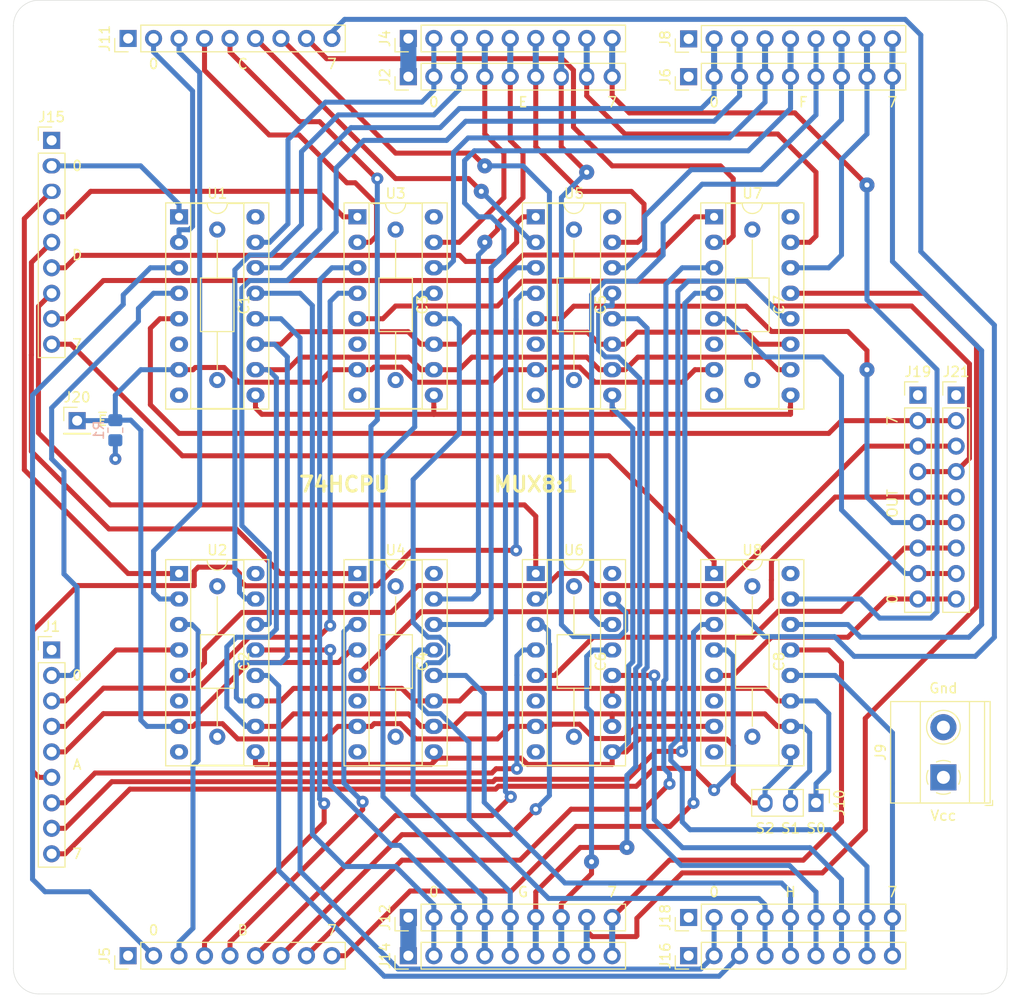
<source format=kicad_pcb>
(kicad_pcb (version 20171130) (host pcbnew "(5.1.8)-1")
  (layers (0 F.Cu signal) (1 In1.Cu power) (2 In2.Cu power) (31 B.Cu signal) (34 B.Paste user) (35 F.Paste user) (36 B.SilkS user) (37 F.SilkS user) (38 B.Mask user) (39 F.Mask user) (44 Edge.Cuts user))
  (net 0 "")
  (net 1 GND)
  (net 2 VCC)
  (net 3 /A7)
  (net 4 /A6)
  (net 5 /A5)
  (net 6 /A4)
  (net 7 /A3)
  (net 8 /A2)
  (net 9 /A1)
  (net 10 /A0)
  (net 11 /E7)
  (net 12 /E6)
  (net 13 /E5)
  (net 14 /E4)
  (net 15 /E3)
  (net 16 /E2)
  (net 17 /E1)
  (net 18 /E0)
  (net 19 /B7)
  (net 20 /B6)
  (net 21 /B5)
  (net 22 /B4)
  (net 23 /B3)
  (net 24 /B2)
  (net 25 /B1)
  (net 26 /B0)
  (net 27 /F7)
  (net 28 /F6)
  (net 29 /F5)
  (net 30 /F4)
  (net 31 /F3)
  (net 32 /F2)
  (net 33 /F1)
  (net 34 /F0)
  (net 35 /C7)
  (net 36 /C6)
  (net 37 /C5)
  (net 38 /C4)
  (net 39 /C3)
  (net 40 /C2)
  (net 41 /C1)
  (net 42 /C0)
  (net 43 /G7)
  (net 44 /G6)
  (net 45 /G5)
  (net 46 /G4)
  (net 47 /G3)
  (net 48 /G2)
  (net 49 /G1)
  (net 50 /G0)
  (net 51 /D7)
  (net 52 /D6)
  (net 53 /D5)
  (net 54 /D4)
  (net 55 /D3)
  (net 56 /D2)
  (net 57 /D1)
  (net 58 /D0)
  (net 59 /H7)
  (net 60 /H6)
  (net 61 /H5)
  (net 62 /H4)
  (net 63 /H3)
  (net 64 /H2)
  (net 65 /H1)
  (net 66 /H0)
  (net 67 /S2)
  (net 68 /S1)
  (net 69 /S0)
  (net 70 /O7)
  (net 71 /O6)
  (net 72 /O5)
  (net 73 /O4)
  (net 74 /O3)
  (net 75 /O2)
  (net 76 /O1)
  (net 77 /O0)
  (net 78 /~E)
  (net 79 "Net-(U1-Pad6)")
  (net 80 "Net-(U2-Pad6)")
  (net 81 "Net-(U3-Pad6)")
  (net 82 "Net-(U4-Pad6)")
  (net 83 "Net-(U5-Pad6)")
  (net 84 "Net-(U6-Pad6)")
  (net 85 "Net-(U7-Pad6)")
  (net 86 "Net-(U8-Pad6)")
  (module Connector_PinHeader_2.54mm:PinHeader_1x09_P2.54mm_Vertical (layer F.Cu) (at 118.11 71.12)
    (fp_text reference J21 (at 0 -2.33) (layer F.SilkS))
    (fp_text value Conn_01x09_Male)
    (pad 9 thru_hole oval (at 0 20.32) (size 1.7 1.7) (drill 1) (layers *.Cu *.Mask) (net 70 /O7))
    (pad 8 thru_hole oval (at 0 17.78) (size 1.7 1.7) (drill 1) (layers *.Cu *.Mask) (net 71 /O6))
    (pad 7 thru_hole oval (at 0 15.24) (size 1.7 1.7) (drill 1) (layers *.Cu *.Mask) (net 72 /O5))
    (pad 6 thru_hole oval (at 0 12.7) (size 1.7 1.7) (drill 1) (layers *.Cu *.Mask) (net 73 /O4))
    (pad 5 thru_hole oval (at 0 10.16) (size 1.7 1.7) (drill 1) (layers *.Cu *.Mask) (net 74 /O3))
    (pad 4 thru_hole oval (at 0 7.62) (size 1.7 1.7) (drill 1) (layers *.Cu *.Mask) (net 75 /O2))
    (pad 3 thru_hole oval (at 0 5.08) (size 1.7 1.7) (drill 1) (layers *.Cu *.Mask) (net 76 /O1))
    (pad 2 thru_hole oval (at 0 2.54) (size 1.7 1.7) (drill 1) (layers *.Cu *.Mask) (net 77 /O0))
    (pad 1 thru_hole rect (at 0 0) (size 1.7 1.7) (drill 1) (layers *.Cu *.Mask) (net 1 GND))
  )
  (module Connector_PinHeader_2.54mm:PinHeader_1x09_P2.54mm_Vertical (layer F.Cu) (at 114.3 71.12)
    (fp_text reference J19 (at 0 -2.33) (layer F.SilkS))
    (fp_text value Conn_01x09_Male)
    (pad 9 thru_hole oval (at 0 20.32) (size 1.7 1.7) (drill 1) (layers *.Cu *.Mask) (net 70 /O7))
    (pad 8 thru_hole oval (at 0 17.78) (size 1.7 1.7) (drill 1) (layers *.Cu *.Mask) (net 71 /O6))
    (pad 7 thru_hole oval (at 0 15.24) (size 1.7 1.7) (drill 1) (layers *.Cu *.Mask) (net 72 /O5))
    (pad 6 thru_hole oval (at 0 12.7) (size 1.7 1.7) (drill 1) (layers *.Cu *.Mask) (net 73 /O4))
    (pad 5 thru_hole oval (at 0 10.16) (size 1.7 1.7) (drill 1) (layers *.Cu *.Mask) (net 74 /O3))
    (pad 4 thru_hole oval (at 0 7.62) (size 1.7 1.7) (drill 1) (layers *.Cu *.Mask) (net 75 /O2))
    (pad 3 thru_hole oval (at 0 5.08) (size 1.7 1.7) (drill 1) (layers *.Cu *.Mask) (net 76 /O1))
    (pad 2 thru_hole oval (at 0 2.54) (size 1.7 1.7) (drill 1) (layers *.Cu *.Mask) (net 77 /O0))
    (pad 1 thru_hole rect (at 0 0) (size 1.7 1.7) (drill 1) (layers *.Cu *.Mask) (net 1 GND))
  )
  (module Connector_PinHeader_2.54mm:PinHeader_1x09_P2.54mm_Vertical (layer F.Cu) (at 91.44 123.19 90)
    (fp_text reference J18 (at 0 -2.33 90) (layer F.SilkS))
    (fp_text value Conn_01x09_Male)
    (pad 9 thru_hole oval (at 0 20.32 90) (size 1.7 1.7) (drill 1) (layers *.Cu *.Mask) (net 59 /H7))
    (pad 8 thru_hole oval (at 0 17.78 90) (size 1.7 1.7) (drill 1) (layers *.Cu *.Mask) (net 60 /H6))
    (pad 7 thru_hole oval (at 0 15.24 90) (size 1.7 1.7) (drill 1) (layers *.Cu *.Mask) (net 61 /H5))
    (pad 6 thru_hole oval (at 0 12.7 90) (size 1.7 1.7) (drill 1) (layers *.Cu *.Mask) (net 62 /H4))
    (pad 5 thru_hole oval (at 0 10.16 90) (size 1.7 1.7) (drill 1) (layers *.Cu *.Mask) (net 63 /H3))
    (pad 4 thru_hole oval (at 0 7.62 90) (size 1.7 1.7) (drill 1) (layers *.Cu *.Mask) (net 64 /H2))
    (pad 3 thru_hole oval (at 0 5.08 90) (size 1.7 1.7) (drill 1) (layers *.Cu *.Mask) (net 65 /H1))
    (pad 2 thru_hole oval (at 0 2.54 90) (size 1.7 1.7) (drill 1) (layers *.Cu *.Mask) (net 66 /H0))
    (pad 1 thru_hole rect (at 0 0 90) (size 1.7 1.7) (drill 1) (layers *.Cu *.Mask) (net 1 GND))
  )
  (module Connector_PinHeader_2.54mm:PinHeader_1x09_P2.54mm_Vertical (layer F.Cu) (at 91.44 127 90)
    (fp_text reference J16 (at 0 -2.33 90) (layer F.SilkS))
    (fp_text value Conn_01x09_Male)
    (pad 9 thru_hole oval (at 0 20.32 90) (size 1.7 1.7) (drill 1) (layers *.Cu *.Mask) (net 59 /H7))
    (pad 8 thru_hole oval (at 0 17.78 90) (size 1.7 1.7) (drill 1) (layers *.Cu *.Mask) (net 60 /H6))
    (pad 7 thru_hole oval (at 0 15.24 90) (size 1.7 1.7) (drill 1) (layers *.Cu *.Mask) (net 61 /H5))
    (pad 6 thru_hole oval (at 0 12.7 90) (size 1.7 1.7) (drill 1) (layers *.Cu *.Mask) (net 62 /H4))
    (pad 5 thru_hole oval (at 0 10.16 90) (size 1.7 1.7) (drill 1) (layers *.Cu *.Mask) (net 63 /H3))
    (pad 4 thru_hole oval (at 0 7.62 90) (size 1.7 1.7) (drill 1) (layers *.Cu *.Mask) (net 64 /H2))
    (pad 3 thru_hole oval (at 0 5.08 90) (size 1.7 1.7) (drill 1) (layers *.Cu *.Mask) (net 65 /H1))
    (pad 2 thru_hole oval (at 0 2.54 90) (size 1.7 1.7) (drill 1) (layers *.Cu *.Mask) (net 66 /H0))
    (pad 1 thru_hole rect (at 0 0 90) (size 1.7 1.7) (drill 1) (layers *.Cu *.Mask) (net 1 GND))
  )
  (module Connector_PinHeader_2.54mm:PinHeader_1x09_P2.54mm_Vertical (layer F.Cu) (at 27.94 45.72)
    (fp_text reference J15 (at 0 -2.33) (layer F.SilkS))
    (fp_text value Conn_01x09_Male)
    (pad 9 thru_hole oval (at 0 20.32) (size 1.7 1.7) (drill 1) (layers *.Cu *.Mask) (net 51 /D7))
    (pad 8 thru_hole oval (at 0 17.78) (size 1.7 1.7) (drill 1) (layers *.Cu *.Mask) (net 52 /D6))
    (pad 7 thru_hole oval (at 0 15.24) (size 1.7 1.7) (drill 1) (layers *.Cu *.Mask) (net 53 /D5))
    (pad 6 thru_hole oval (at 0 12.7) (size 1.7 1.7) (drill 1) (layers *.Cu *.Mask) (net 54 /D4))
    (pad 5 thru_hole oval (at 0 10.16) (size 1.7 1.7) (drill 1) (layers *.Cu *.Mask) (net 55 /D3))
    (pad 4 thru_hole oval (at 0 7.62) (size 1.7 1.7) (drill 1) (layers *.Cu *.Mask) (net 56 /D2))
    (pad 3 thru_hole oval (at 0 5.08) (size 1.8 1.5) (drill 1) (layers *.Cu *.Mask) (net 57 /D1))
    (pad 2 thru_hole oval (at 0 2.54) (size 1.8 1.5) (drill 1) (layers *.Cu *.Mask) (net 58 /D0))
    (pad 1 thru_hole rect (at 0 0) (size 1.7 1.7) (drill 1) (layers *.Cu *.Mask) (net 1 GND))
  )
  (module Connector_PinHeader_2.54mm:PinHeader_1x09_P2.54mm_Vertical (layer F.Cu) (at 63.5 127 90)
    (fp_text reference J14 (at 0 -2.33 90) (layer F.SilkS))
    (fp_text value Conn_01x09_Male)
    (pad 9 thru_hole oval (at 0 20.32 90) (size 1.7 1.7) (drill 1) (layers *.Cu *.Mask) (net 43 /G7))
    (pad 8 thru_hole oval (at 0 17.78 90) (size 1.7 1.7) (drill 1) (layers *.Cu *.Mask) (net 44 /G6))
    (pad 7 thru_hole oval (at 0 15.24 90) (size 1.7 1.7) (drill 1) (layers *.Cu *.Mask) (net 45 /G5))
    (pad 6 thru_hole oval (at 0 12.7 90) (size 1.7 1.7) (drill 1) (layers *.Cu *.Mask) (net 46 /G4))
    (pad 5 thru_hole oval (at 0 10.16 90) (size 1.7 1.7) (drill 1) (layers *.Cu *.Mask) (net 47 /G3))
    (pad 4 thru_hole oval (at 0 7.62 90) (size 1.7 1.7) (drill 1) (layers *.Cu *.Mask) (net 48 /G2))
    (pad 3 thru_hole oval (at 0 5.08 90) (size 1.7 1.7) (drill 1) (layers *.Cu *.Mask) (net 49 /G1))
    (pad 2 thru_hole oval (at 0 2.54 90) (size 1.7 1.7) (drill 1) (layers *.Cu *.Mask) (net 50 /G0))
    (pad 1 thru_hole rect (at 0 0 90) (size 1.7 1.7) (drill 1) (layers *.Cu *.Mask) (net 1 GND))
  )
  (module Connector_PinHeader_2.54mm:PinHeader_1x09_P2.54mm_Vertical (layer F.Cu) (at 63.5 123.19 90)
    (fp_text reference J12 (at 0 -2.33 90) (layer F.SilkS))
    (fp_text value Conn_01x09_Male)
    (pad 9 thru_hole oval (at 0 20.32 90) (size 1.7 1.7) (drill 1) (layers *.Cu *.Mask) (net 43 /G7))
    (pad 8 thru_hole oval (at 0 17.78 90) (size 1.7 1.7) (drill 1) (layers *.Cu *.Mask) (net 44 /G6))
    (pad 7 thru_hole oval (at 0 15.24 90) (size 1.7 1.7) (drill 1) (layers *.Cu *.Mask) (net 45 /G5))
    (pad 6 thru_hole oval (at 0 12.7 90) (size 1.7 1.7) (drill 1) (layers *.Cu *.Mask) (net 46 /G4))
    (pad 5 thru_hole oval (at 0 10.16 90) (size 1.7 1.7) (drill 1) (layers *.Cu *.Mask) (net 47 /G3))
    (pad 4 thru_hole oval (at 0 7.62 90) (size 1.7 1.7) (drill 1) (layers *.Cu *.Mask) (net 48 /G2))
    (pad 3 thru_hole oval (at 0 5.08 90) (size 1.7 1.7) (drill 1) (layers *.Cu *.Mask) (net 49 /G1))
    (pad 2 thru_hole oval (at 0 2.54 90) (size 1.7 1.7) (drill 1) (layers *.Cu *.Mask) (net 50 /G0))
    (pad 1 thru_hole rect (at 0 0 90) (size 1.7 1.7) (drill 1) (layers *.Cu *.Mask) (net 1 GND))
  )
  (module Connector_PinHeader_2.54mm:PinHeader_1x09_P2.54mm_Vertical (layer F.Cu) (at 35.56 35.56 90)
    (fp_text reference J11 (at 0 -2.33 90) (layer F.SilkS))
    (fp_text value Conn_01x09_Male)
    (pad 9 thru_hole oval (at 0 20.32 90) (size 1.7 1.7) (drill 1) (layers *.Cu *.Mask) (net 35 /C7))
    (pad 8 thru_hole oval (at 0 17.78 90) (size 1.7 1.7) (drill 1) (layers *.Cu *.Mask) (net 36 /C6))
    (pad 7 thru_hole oval (at 0 15.24 90) (size 1.7 1.7) (drill 1) (layers *.Cu *.Mask) (net 37 /C5))
    (pad 6 thru_hole oval (at 0 12.7 90) (size 1.7 1.7) (drill 1) (layers *.Cu *.Mask) (net 38 /C4))
    (pad 5 thru_hole oval (at 0 10.16 90) (size 1.7 1.7) (drill 1) (layers *.Cu *.Mask) (net 39 /C3))
    (pad 4 thru_hole oval (at 0 7.62 90) (size 1.7 1.7) (drill 1) (layers *.Cu *.Mask) (net 40 /C2))
    (pad 3 thru_hole oval (at 0 5.08 90) (size 1.7 1.7) (drill 1) (layers *.Cu *.Mask) (net 41 /C1))
    (pad 2 thru_hole oval (at 0 2.54 90) (size 1.7 1.7) (drill 1) (layers *.Cu *.Mask) (net 42 /C0))
    (pad 1 thru_hole rect (at 0 0 90) (size 1.7 1.7) (drill 1) (layers *.Cu *.Mask) (net 1 GND))
  )
  (module Connector_PinHeader_2.54mm:PinHeader_1x09_P2.54mm_Vertical (layer F.Cu) (at 91.44 35.6 90)
    (fp_text reference J8 (at 0 -2.33 90) (layer F.SilkS))
    (fp_text value Conn_01x09_Male)
    (pad 9 thru_hole oval (at 0 20.32 90) (size 1.7 1.7) (drill 1) (layers *.Cu *.Mask) (net 27 /F7))
    (pad 8 thru_hole oval (at 0 17.78 90) (size 1.7 1.7) (drill 1) (layers *.Cu *.Mask) (net 28 /F6))
    (pad 7 thru_hole oval (at 0 15.24 90) (size 1.7 1.7) (drill 1) (layers *.Cu *.Mask) (net 29 /F5))
    (pad 6 thru_hole oval (at 0 12.7 90) (size 1.7 1.7) (drill 1) (layers *.Cu *.Mask) (net 30 /F4))
    (pad 5 thru_hole oval (at 0 10.16 90) (size 1.7 1.7) (drill 1) (layers *.Cu *.Mask) (net 31 /F3))
    (pad 4 thru_hole oval (at 0 7.62 90) (size 1.7 1.7) (drill 1) (layers *.Cu *.Mask) (net 32 /F2))
    (pad 3 thru_hole oval (at 0 5.08 90) (size 1.7 1.7) (drill 1) (layers *.Cu *.Mask) (net 33 /F1))
    (pad 2 thru_hole oval (at 0 2.54 90) (size 1.7 1.7) (drill 1) (layers *.Cu *.Mask) (net 34 /F0))
    (pad 1 thru_hole rect (at 0 0 90) (size 1.7 1.7) (drill 1) (layers *.Cu *.Mask) (net 1 GND))
  )
  (module Connector_PinHeader_2.54mm:PinHeader_1x09_P2.54mm_Vertical (layer F.Cu) (at 91.44 39.37 90)
    (fp_text reference J6 (at 0 -2.33 90) (layer F.SilkS))
    (fp_text value Conn_01x09_Male)
    (pad 9 thru_hole oval (at 0 20.32 90) (size 1.7 1.7) (drill 1) (layers *.Cu *.Mask) (net 27 /F7))
    (pad 8 thru_hole oval (at 0 17.78 90) (size 1.7 1.7) (drill 1) (layers *.Cu *.Mask) (net 28 /F6))
    (pad 7 thru_hole oval (at 0 15.24 90) (size 1.7 1.7) (drill 1) (layers *.Cu *.Mask) (net 29 /F5))
    (pad 6 thru_hole oval (at 0 12.7 90) (size 1.7 1.7) (drill 1) (layers *.Cu *.Mask) (net 30 /F4))
    (pad 5 thru_hole oval (at 0 10.16 90) (size 1.7 1.7) (drill 1) (layers *.Cu *.Mask) (net 31 /F3))
    (pad 4 thru_hole oval (at 0 7.62 90) (size 1.7 1.7) (drill 1) (layers *.Cu *.Mask) (net 32 /F2))
    (pad 3 thru_hole oval (at 0 5.08 90) (size 1.7 1.7) (drill 1) (layers *.Cu *.Mask) (net 33 /F1))
    (pad 2 thru_hole oval (at 0 2.54 90) (size 1.7 1.7) (drill 1) (layers *.Cu *.Mask) (net 34 /F0))
    (pad 1 thru_hole rect (at 0 0 90) (size 1.7 1.7) (drill 1) (layers *.Cu *.Mask) (net 1 GND))
  )
  (module Connector_PinHeader_2.54mm:PinHeader_1x09_P2.54mm_Vertical (layer F.Cu) (at 35.56 127 90)
    (fp_text reference J5 (at 0 -2.33 90) (layer F.SilkS))
    (fp_text value Conn_01x09_Male)
    (pad 9 thru_hole oval (at 0 20.32 90) (size 1.7 1.7) (drill 1) (layers *.Cu *.Mask) (net 19 /B7))
    (pad 8 thru_hole oval (at 0 17.78 90) (size 1.7 1.7) (drill 1) (layers *.Cu *.Mask) (net 20 /B6))
    (pad 7 thru_hole oval (at 0 15.24 90) (size 1.7 1.7) (drill 1) (layers *.Cu *.Mask) (net 21 /B5))
    (pad 6 thru_hole oval (at 0 12.7 90) (size 1.7 1.7) (drill 1) (layers *.Cu *.Mask) (net 22 /B4))
    (pad 5 thru_hole oval (at 0 10.16 90) (size 1.7 1.7) (drill 1) (layers *.Cu *.Mask) (net 23 /B3))
    (pad 4 thru_hole oval (at 0 7.62 90) (size 1.7 1.7) (drill 1) (layers *.Cu *.Mask) (net 24 /B2))
    (pad 3 thru_hole oval (at 0 5.08 90) (size 1.7 1.7) (drill 1) (layers *.Cu *.Mask) (net 25 /B1))
    (pad 2 thru_hole oval (at 0 2.54 90) (size 1.7 1.7) (drill 1) (layers *.Cu *.Mask) (net 26 /B0))
    (pad 1 thru_hole rect (at 0 0 90) (size 1.7 1.7) (drill 1) (layers *.Cu *.Mask) (net 1 GND))
  )
  (module Connector_PinHeader_2.54mm:PinHeader_1x09_P2.54mm_Vertical (layer F.Cu) (at 63.5 35.56 90)
    (fp_text reference J4 (at 0 -2.33 90) (layer F.SilkS))
    (fp_text value Conn_01x09_Male)
    (pad 9 thru_hole oval (at 0 20.32 90) (size 1.7 1.7) (drill 1) (layers *.Cu *.Mask) (net 11 /E7))
    (pad 8 thru_hole oval (at 0 17.78 90) (size 1.7 1.7) (drill 1) (layers *.Cu *.Mask) (net 12 /E6))
    (pad 7 thru_hole oval (at 0 15.24 90) (size 1.7 1.7) (drill 1) (layers *.Cu *.Mask) (net 13 /E5))
    (pad 6 thru_hole oval (at 0 12.7 90) (size 1.7 1.7) (drill 1) (layers *.Cu *.Mask) (net 14 /E4))
    (pad 5 thru_hole oval (at 0 10.16 90) (size 1.7 1.7) (drill 1) (layers *.Cu *.Mask) (net 15 /E3))
    (pad 4 thru_hole oval (at 0 7.62 90) (size 1.7 1.7) (drill 1) (layers *.Cu *.Mask) (net 16 /E2))
    (pad 3 thru_hole oval (at 0 5.08 90) (size 1.7 1.7) (drill 1) (layers *.Cu *.Mask) (net 17 /E1))
    (pad 2 thru_hole oval (at 0 2.54 90) (size 1.7 1.7) (drill 1) (layers *.Cu *.Mask) (net 18 /E0))
    (pad 1 thru_hole rect (at 0 0 90) (size 1.7 1.7) (drill 1) (layers *.Cu *.Mask) (net 1 GND))
  )
  (module Connector_PinHeader_2.54mm:PinHeader_1x09_P2.54mm_Vertical (layer F.Cu) (at 63.5 39.37 90)
    (fp_text reference J2 (at 0 -2.33 90) (layer F.SilkS))
    (fp_text value Conn_01x09_Male)
    (pad 9 thru_hole oval (at 0 20.32 90) (size 1.7 1.7) (drill 1) (layers *.Cu *.Mask) (net 11 /E7))
    (pad 8 thru_hole oval (at 0 17.78 90) (size 1.8 1.5) (drill 1) (layers *.Cu *.Mask) (net 12 /E6))
    (pad 7 thru_hole oval (at 0 15.24 90) (size 1.8 1.5) (drill 1) (layers *.Cu *.Mask) (net 13 /E5))
    (pad 6 thru_hole oval (at 0 12.7 90) (size 1.7 1.7) (drill 1) (layers *.Cu *.Mask) (net 14 /E4))
    (pad 5 thru_hole oval (at 0 10.16 90) (size 1.7 1.7) (drill 1) (layers *.Cu *.Mask) (net 15 /E3))
    (pad 4 thru_hole oval (at 0 7.62 90) (size 1.7 1.7) (drill 1) (layers *.Cu *.Mask) (net 16 /E2))
    (pad 3 thru_hole oval (at 0 5.08 90) (size 1.7 1.7) (drill 1) (layers *.Cu *.Mask) (net 17 /E1))
    (pad 2 thru_hole oval (at 0 2.54 90) (size 1.7 1.7) (drill 1) (layers *.Cu *.Mask) (net 18 /E0))
    (pad 1 thru_hole rect (at 0 0 90) (size 1.7 1.7) (drill 1) (layers *.Cu *.Mask) (net 1 GND))
  )
  (module Connector_PinHeader_2.54mm:PinHeader_1x09_P2.54mm_Vertical (layer F.Cu) (at 27.94 96.52)
    (fp_text reference J1 (at 0 -2.33) (layer F.SilkS))
    (fp_text value Conn_01x09_Male)
    (pad 9 thru_hole oval (at 0 20.32) (size 1.7 1.7) (drill 1) (layers *.Cu *.Mask) (net 3 /A7))
    (pad 8 thru_hole oval (at 0 17.78) (size 1.7 1.7) (drill 1) (layers *.Cu *.Mask) (net 4 /A6))
    (pad 7 thru_hole oval (at 0 15.24) (size 1.7 1.7) (drill 1) (layers *.Cu *.Mask) (net 5 /A5))
    (pad 6 thru_hole oval (at 0 12.7) (size 1.7 1.7) (drill 1) (layers *.Cu *.Mask) (net 6 /A4))
    (pad 5 thru_hole oval (at 0 10.16) (size 1.7 1.7) (drill 1) (layers *.Cu *.Mask) (net 7 /A3))
    (pad 4 thru_hole oval (at 0 7.62) (size 1.7 1.7) (drill 1) (layers *.Cu *.Mask) (net 8 /A2))
    (pad 3 thru_hole oval (at 0 5.08) (size 1.7 1.7) (drill 1) (layers *.Cu *.Mask) (net 9 /A1))
    (pad 2 thru_hole oval (at 0 2.54) (size 1.7 1.7) (drill 1) (layers *.Cu *.Mask) (net 10 /A0))
    (pad 1 thru_hole rect (at 0 0) (size 1.7 1.7) (drill 1) (layers *.Cu *.Mask) (net 1 GND))
  )
  (module Capacitor_THT:C_Axial_L5.1mm_D3.1mm_P15.00mm_Horizontal (layer F.Cu) (at 97.79 90.17 270)
    (fp_text reference C8 (at 7.5 -2.67 90) (layer F.SilkS))
    (fp_text value 0.1uF)
    (pad 2 thru_hole oval (at 15 0 270) (size 1.6 1.6) (drill 0.8) (layers *.Cu *.Mask) (net 1 GND))
    (pad 1 thru_hole circle (at 0 0 270) (size 1.6 1.6) (drill 0.8) (layers *.Cu *.Mask) (net 2 VCC))
  )
  (module Capacitor_THT:C_Axial_L5.1mm_D3.1mm_P15.00mm_Horizontal (layer F.Cu) (at 97.79 54.61 270)
    (fp_text reference C7 (at 7.5 -2.67 90) (layer F.SilkS))
    (fp_text value 0.1uF)
    (pad 2 thru_hole oval (at 15 0 270) (size 1.6 1.6) (drill 0.8) (layers *.Cu *.Mask) (net 1 GND))
    (pad 1 thru_hole circle (at 0 0 270) (size 1.6 1.6) (drill 0.8) (layers *.Cu *.Mask) (net 2 VCC))
  )
  (module Capacitor_THT:C_Axial_L5.1mm_D3.1mm_P15.00mm_Horizontal (layer F.Cu) (at 80.01 90.17 270)
    (fp_text reference C6 (at 7.5 -2.67 90) (layer F.SilkS))
    (fp_text value 0.1uF)
    (pad 2 thru_hole oval (at 15 0 270) (size 1.6 1.6) (drill 0.8) (layers *.Cu *.Mask) (net 1 GND))
    (pad 1 thru_hole circle (at 0 0 270) (size 1.6 1.6) (drill 0.8) (layers *.Cu *.Mask) (net 2 VCC))
  )
  (module Capacitor_THT:C_Axial_L5.1mm_D3.1mm_P15.00mm_Horizontal (layer F.Cu) (at 80.01 54.61 270)
    (fp_text reference C5 (at 7.5 -2.67 90) (layer F.SilkS))
    (fp_text value 0.1uF)
    (pad 2 thru_hole oval (at 15 0 270) (size 1.6 1.6) (drill 0.8) (layers *.Cu *.Mask) (net 1 GND))
    (pad 1 thru_hole circle (at 0 0 270) (size 1.6 1.6) (drill 0.8) (layers *.Cu *.Mask) (net 2 VCC))
  )
  (module Capacitor_THT:C_Axial_L5.1mm_D3.1mm_P15.00mm_Horizontal (layer F.Cu) (at 62.23 90.17 270)
    (fp_text reference C4 (at 7.5 -2.67 90) (layer F.SilkS))
    (fp_text value 0.1uF)
    (pad 2 thru_hole oval (at 15 0 270) (size 1.6 1.6) (drill 0.8) (layers *.Cu *.Mask) (net 1 GND))
    (pad 1 thru_hole circle (at 0 0 270) (size 1.6 1.6) (drill 0.8) (layers *.Cu *.Mask) (net 2 VCC))
  )
  (module Capacitor_THT:C_Axial_L5.1mm_D3.1mm_P15.00mm_Horizontal (layer F.Cu) (at 62.23 54.61 270)
    (fp_text reference C3 (at 7.5 -2.67 90) (layer F.SilkS))
    (fp_text value 0.1uF)
    (pad 2 thru_hole oval (at 15 0 270) (size 1.6 1.6) (drill 0.8) (layers *.Cu *.Mask) (net 1 GND))
    (pad 1 thru_hole circle (at 0 0 270) (size 1.6 1.6) (drill 0.8) (layers *.Cu *.Mask) (net 2 VCC))
  )
  (module Capacitor_THT:C_Axial_L5.1mm_D3.1mm_P15.00mm_Horizontal (layer F.Cu) (at 44.45 90.17 270)
    (fp_text reference C2 (at 7.5 -2.67 90) (layer F.SilkS))
    (fp_text value 0.1uF)
    (pad 2 thru_hole oval (at 15 0 270) (size 1.6 1.6) (drill 0.8) (layers *.Cu *.Mask) (net 1 GND))
    (pad 1 thru_hole circle (at 0 0 270) (size 1.6 1.6) (drill 0.8) (layers *.Cu *.Mask) (net 2 VCC))
  )
  (module Capacitor_THT:C_Axial_L5.1mm_D3.1mm_P15.00mm_Horizontal (layer F.Cu) (at 44.45 54.61 270)
    (fp_text reference C1 (at 7.5 -2.67 90) (layer F.SilkS))
    (fp_text value 0.1uF)
    (pad 2 thru_hole oval (at 15 0 270) (size 1.6 1.6) (drill 0.8) (layers *.Cu *.Mask) (net 1 GND))
    (pad 1 thru_hole circle (at 0 0 270) (size 1.6 1.6) (drill 0.8) (layers *.Cu *.Mask) (net 2 VCC))
  )
  (module Package_DIP:DIP-16_W7.62mm_Socket (layer F.Cu) (at 93.98 88.9)
    (fp_text reference U8 (at 3.81 -2.33) (layer F.SilkS))
    (fp_text value 74LS151)
    (pad 16 thru_hole oval (at 7.62 0) (size 1.8 1.5) (drill 0.8) (layers *.Cu *.Mask) (net 2 VCC))
    (pad 8 thru_hole oval (at 0 17.78) (size 1.8 1.5) (drill 0.8) (layers *.Cu *.Mask) (net 1 GND))
    (pad 15 thru_hole oval (at 7.62 2.54) (size 1.8 1.5) (drill 0.8) (layers *.Cu *.Mask) (net 11 /E7))
    (pad 7 thru_hole oval (at 0 15.24) (size 1.8 1.5) (drill 0.8) (layers *.Cu *.Mask) (net 78 /~E))
    (pad 14 thru_hole oval (at 7.62 5.08) (size 1.8 1.5) (drill 0.8) (layers *.Cu *.Mask) (net 27 /F7))
    (pad 6 thru_hole oval (at 0 12.7) (size 1.8 1.5) (drill 0.8) (layers *.Cu *.Mask) (net 86 "Net-(U8-Pad6)"))
    (pad 13 thru_hole oval (at 7.62 7.62) (size 1.8 1.5) (drill 0.8) (layers *.Cu *.Mask) (net 43 /G7))
    (pad 5 thru_hole oval (at 0 10.16) (size 1.8 1.5) (drill 0.8) (layers *.Cu *.Mask) (net 70 /O7))
    (pad 12 thru_hole oval (at 7.62 10.16) (size 1.8 1.5) (drill 0.8) (layers *.Cu *.Mask) (net 59 /H7))
    (pad 4 thru_hole oval (at 0 7.62) (size 1.8 1.5) (drill 0.8) (layers *.Cu *.Mask) (net 3 /A7))
    (pad 11 thru_hole oval (at 7.62 12.7) (size 1.8 1.5) (drill 0.8) (layers *.Cu *.Mask) (net 69 /S0))
    (pad 3 thru_hole oval (at 0 5.08) (size 1.8 1.5) (drill 0.8) (layers *.Cu *.Mask) (net 19 /B7))
    (pad 10 thru_hole oval (at 7.62 15.24) (size 1.8 1.5) (drill 0.8) (layers *.Cu *.Mask) (net 68 /S1))
    (pad 2 thru_hole oval (at 0 2.54) (size 1.8 1.5) (drill 0.8) (layers *.Cu *.Mask) (net 35 /C7))
    (pad 9 thru_hole oval (at 7.62 17.78) (size 1.8 1.5) (drill 0.8) (layers *.Cu *.Mask) (net 67 /S2))
    (pad 1 thru_hole rect (at 0 0) (size 1.8 1.5) (drill 0.8) (layers *.Cu *.Mask) (net 51 /D7))
  )
  (module Package_DIP:DIP-16_W7.62mm_Socket (layer F.Cu) (at 93.98 53.34)
    (fp_text reference U7 (at 3.81 -2.33) (layer F.SilkS))
    (fp_text value 74LS151)
    (pad 16 thru_hole oval (at 7.62 0) (size 1.8 1.5) (drill 0.8) (layers *.Cu *.Mask) (net 2 VCC))
    (pad 8 thru_hole oval (at 0 17.78) (size 1.8 1.5) (drill 0.8) (layers *.Cu *.Mask) (net 1 GND))
    (pad 15 thru_hole oval (at 7.62 2.54) (size 1.8 1.5) (drill 0.8) (layers *.Cu *.Mask) (net 12 /E6))
    (pad 7 thru_hole oval (at 0 15.24) (size 1.8 1.5) (drill 0.8) (layers *.Cu *.Mask) (net 78 /~E))
    (pad 14 thru_hole oval (at 7.62 5.08) (size 1.8 1.5) (drill 0.8) (layers *.Cu *.Mask) (net 28 /F6))
    (pad 6 thru_hole oval (at 0 12.7) (size 1.8 1.5) (drill 0.8) (layers *.Cu *.Mask) (net 85 "Net-(U7-Pad6)"))
    (pad 13 thru_hole oval (at 7.62 7.62) (size 1.8 1.5) (drill 0.8) (layers *.Cu *.Mask) (net 44 /G6))
    (pad 5 thru_hole oval (at 0 10.16) (size 1.8 1.5) (drill 0.8) (layers *.Cu *.Mask) (net 71 /O6))
    (pad 12 thru_hole oval (at 7.62 10.16) (size 1.8 1.5) (drill 0.8) (layers *.Cu *.Mask) (net 60 /H6))
    (pad 4 thru_hole oval (at 0 7.62) (size 1.8 1.5) (drill 0.8) (layers *.Cu *.Mask) (net 4 /A6))
    (pad 11 thru_hole oval (at 7.62 12.7) (size 1.8 1.5) (drill 0.8) (layers *.Cu *.Mask) (net 69 /S0))
    (pad 3 thru_hole oval (at 0 5.08) (size 1.8 1.5) (drill 0.8) (layers *.Cu *.Mask) (net 20 /B6))
    (pad 10 thru_hole oval (at 7.62 15.24) (size 1.8 1.5) (drill 0.8) (layers *.Cu *.Mask) (net 68 /S1))
    (pad 2 thru_hole oval (at 0 2.54) (size 1.8 1.5) (drill 0.8) (layers *.Cu *.Mask) (net 36 /C6))
    (pad 9 thru_hole oval (at 7.62 17.78) (size 1.8 1.5) (drill 0.8) (layers *.Cu *.Mask) (net 67 /S2))
    (pad 1 thru_hole rect (at 0 0) (size 1.8 1.5) (drill 0.8) (layers *.Cu *.Mask) (net 52 /D6))
  )
  (module Package_DIP:DIP-16_W7.62mm_Socket (layer F.Cu) (at 76.2 88.9)
    (fp_text reference U6 (at 3.81 -2.33) (layer F.SilkS))
    (fp_text value 74LS151)
    (pad 16 thru_hole oval (at 7.62 0) (size 1.8 1.5) (drill 0.8) (layers *.Cu *.Mask) (net 2 VCC))
    (pad 8 thru_hole oval (at 0 17.78) (size 1.8 1.5) (drill 0.8) (layers *.Cu *.Mask) (net 1 GND))
    (pad 15 thru_hole oval (at 7.62 2.54) (size 1.8 1.5) (drill 0.8) (layers *.Cu *.Mask) (net 13 /E5))
    (pad 7 thru_hole oval (at 0 15.24) (size 1.8 1.5) (drill 0.8) (layers *.Cu *.Mask) (net 78 /~E))
    (pad 14 thru_hole oval (at 7.62 5.08) (size 1.8 1.5) (drill 0.8) (layers *.Cu *.Mask) (net 29 /F5))
    (pad 6 thru_hole oval (at 0 12.7) (size 1.8 1.5) (drill 0.8) (layers *.Cu *.Mask) (net 84 "Net-(U6-Pad6)"))
    (pad 13 thru_hole oval (at 7.62 7.62) (size 1.8 1.5) (drill 0.8) (layers *.Cu *.Mask) (net 45 /G5))
    (pad 5 thru_hole oval (at 0 10.16) (size 1.8 1.5) (drill 0.8) (layers *.Cu *.Mask) (net 72 /O5))
    (pad 12 thru_hole oval (at 7.62 10.16) (size 1.8 1.5) (drill 0.8) (layers *.Cu *.Mask) (net 61 /H5))
    (pad 4 thru_hole oval (at 0 7.62) (size 1.8 1.5) (drill 0.8) (layers *.Cu *.Mask) (net 5 /A5))
    (pad 11 thru_hole oval (at 7.62 12.7) (size 1.8 1.5) (drill 0.8) (layers *.Cu *.Mask) (net 69 /S0))
    (pad 3 thru_hole oval (at 0 5.08) (size 1.8 1.5) (drill 0.8) (layers *.Cu *.Mask) (net 21 /B5))
    (pad 10 thru_hole oval (at 7.62 15.24) (size 1.8 1.5) (drill 0.8) (layers *.Cu *.Mask) (net 68 /S1))
    (pad 2 thru_hole oval (at 0 2.54) (size 1.8 1.5) (drill 0.8) (layers *.Cu *.Mask) (net 37 /C5))
    (pad 9 thru_hole oval (at 7.62 17.78) (size 1.8 1.5) (drill 0.8) (layers *.Cu *.Mask) (net 67 /S2))
    (pad 1 thru_hole rect (at 0 0) (size 1.8 1.5) (drill 0.8) (layers *.Cu *.Mask) (net 53 /D5))
  )
  (module Package_DIP:DIP-16_W7.62mm_Socket (layer F.Cu) (at 76.2 53.34)
    (fp_text reference U5 (at 3.81 -2.33) (layer F.SilkS))
    (fp_text value 74LS151)
    (pad 16 thru_hole oval (at 7.62 0) (size 1.8 1.5) (drill 0.8) (layers *.Cu *.Mask) (net 2 VCC))
    (pad 8 thru_hole oval (at 0 17.78) (size 1.8 1.5) (drill 0.8) (layers *.Cu *.Mask) (net 1 GND))
    (pad 15 thru_hole oval (at 7.62 2.54) (size 1.8 1.5) (drill 0.8) (layers *.Cu *.Mask) (net 14 /E4))
    (pad 7 thru_hole oval (at 0 15.24) (size 1.8 1.5) (drill 0.8) (layers *.Cu *.Mask) (net 78 /~E))
    (pad 14 thru_hole oval (at 7.62 5.08) (size 1.8 1.5) (drill 0.8) (layers *.Cu *.Mask) (net 30 /F4))
    (pad 6 thru_hole oval (at 0 12.7) (size 1.8 1.5) (drill 0.8) (layers *.Cu *.Mask) (net 83 "Net-(U5-Pad6)"))
    (pad 13 thru_hole oval (at 7.62 7.62) (size 1.8 1.5) (drill 0.8) (layers *.Cu *.Mask) (net 46 /G4))
    (pad 5 thru_hole oval (at 0 10.16) (size 1.8 1.5) (drill 0.8) (layers *.Cu *.Mask) (net 73 /O4))
    (pad 12 thru_hole oval (at 7.62 10.16) (size 1.8 1.5) (drill 0.8) (layers *.Cu *.Mask) (net 62 /H4))
    (pad 4 thru_hole oval (at 0 7.62) (size 1.8 1.5) (drill 0.8) (layers *.Cu *.Mask) (net 6 /A4))
    (pad 11 thru_hole oval (at 7.62 12.7) (size 1.8 1.5) (drill 0.8) (layers *.Cu *.Mask) (net 69 /S0))
    (pad 3 thru_hole oval (at 0 5.08) (size 1.8 1.5) (drill 0.8) (layers *.Cu *.Mask) (net 22 /B4))
    (pad 10 thru_hole oval (at 7.62 15.24) (size 1.8 1.5) (drill 0.8) (layers *.Cu *.Mask) (net 68 /S1))
    (pad 2 thru_hole oval (at 0 2.54) (size 1.8 1.5) (drill 0.8) (layers *.Cu *.Mask) (net 38 /C4))
    (pad 9 thru_hole oval (at 7.62 17.78) (size 1.8 1.5) (drill 0.8) (layers *.Cu *.Mask) (net 67 /S2))
    (pad 1 thru_hole rect (at 0 0) (size 1.8 1.5) (drill 0.8) (layers *.Cu *.Mask) (net 54 /D4))
  )
  (module Package_DIP:DIP-16_W7.62mm_Socket (layer F.Cu) (at 58.42 88.9)
    (fp_text reference U4 (at 3.81 -2.33) (layer F.SilkS))
    (fp_text value 74LS151)
    (pad 16 thru_hole oval (at 7.62 0) (size 1.8 1.5) (drill 0.8) (layers *.Cu *.Mask) (net 2 VCC))
    (pad 8 thru_hole oval (at 0 17.78) (size 1.8 1.5) (drill 0.8) (layers *.Cu *.Mask) (net 1 GND))
    (pad 15 thru_hole oval (at 7.62 2.54) (size 1.8 1.5) (drill 0.8) (layers *.Cu *.Mask) (net 15 /E3))
    (pad 7 thru_hole oval (at 0 15.24) (size 1.8 1.5) (drill 0.8) (layers *.Cu *.Mask) (net 78 /~E))
    (pad 14 thru_hole oval (at 7.62 5.08) (size 1.8 1.5) (drill 0.8) (layers *.Cu *.Mask) (net 31 /F3))
    (pad 6 thru_hole oval (at 0 12.7) (size 1.8 1.5) (drill 0.8) (layers *.Cu *.Mask) (net 82 "Net-(U4-Pad6)"))
    (pad 13 thru_hole oval (at 7.62 7.62) (size 1.8 1.5) (drill 0.8) (layers *.Cu *.Mask) (net 47 /G3))
    (pad 5 thru_hole oval (at 0 10.16) (size 1.8 1.5) (drill 0.8) (layers *.Cu *.Mask) (net 74 /O3))
    (pad 12 thru_hole oval (at 7.62 10.16) (size 1.8 1.5) (drill 0.8) (layers *.Cu *.Mask) (net 63 /H3))
    (pad 4 thru_hole oval (at 0 7.62) (size 1.8 1.5) (drill 0.8) (layers *.Cu *.Mask) (net 7 /A3))
    (pad 11 thru_hole oval (at 7.62 12.7) (size 1.8 1.5) (drill 0.8) (layers *.Cu *.Mask) (net 69 /S0))
    (pad 3 thru_hole oval (at 0 5.08) (size 1.8 1.5) (drill 0.8) (layers *.Cu *.Mask) (net 23 /B3))
    (pad 10 thru_hole oval (at 7.62 15.24) (size 1.8 1.5) (drill 0.8) (layers *.Cu *.Mask) (net 68 /S1))
    (pad 2 thru_hole oval (at 0 2.54) (size 1.8 1.5) (drill 0.8) (layers *.Cu *.Mask) (net 39 /C3))
    (pad 9 thru_hole oval (at 7.62 17.78) (size 1.8 1.5) (drill 0.8) (layers *.Cu *.Mask) (net 67 /S2))
    (pad 1 thru_hole rect (at 0 0) (size 1.8 1.5) (drill 0.8) (layers *.Cu *.Mask) (net 55 /D3))
  )
  (module Package_DIP:DIP-16_W7.62mm_Socket (layer F.Cu) (at 58.42 53.34)
    (fp_text reference U3 (at 3.81 -2.33) (layer F.SilkS))
    (fp_text value 74LS151)
    (pad 16 thru_hole oval (at 7.62 0) (size 1.8 1.5) (drill 0.8) (layers *.Cu *.Mask) (net 2 VCC))
    (pad 8 thru_hole oval (at 0 17.78) (size 1.8 1.5) (drill 0.8) (layers *.Cu *.Mask) (net 1 GND))
    (pad 15 thru_hole oval (at 7.62 2.54) (size 1.8 1.5) (drill 0.8) (layers *.Cu *.Mask) (net 16 /E2))
    (pad 7 thru_hole oval (at 0 15.24) (size 1.8 1.5) (drill 0.8) (layers *.Cu *.Mask) (net 78 /~E))
    (pad 14 thru_hole oval (at 7.62 5.08) (size 1.8 1.5) (drill 0.8) (layers *.Cu *.Mask) (net 32 /F2))
    (pad 6 thru_hole oval (at 0 12.7) (size 1.8 1.5) (drill 0.8) (layers *.Cu *.Mask) (net 81 "Net-(U3-Pad6)"))
    (pad 13 thru_hole oval (at 7.62 7.62) (size 1.8 1.5) (drill 0.8) (layers *.Cu *.Mask) (net 48 /G2))
    (pad 5 thru_hole oval (at 0 10.16) (size 1.8 1.5) (drill 0.8) (layers *.Cu *.Mask) (net 75 /O2))
    (pad 12 thru_hole oval (at 7.62 10.16) (size 1.8 1.5) (drill 0.8) (layers *.Cu *.Mask) (net 64 /H2))
    (pad 4 thru_hole oval (at 0 7.62) (size 1.8 1.5) (drill 0.8) (layers *.Cu *.Mask) (net 8 /A2))
    (pad 11 thru_hole oval (at 7.62 12.7) (size 1.8 1.5) (drill 0.8) (layers *.Cu *.Mask) (net 69 /S0))
    (pad 3 thru_hole oval (at 0 5.08) (size 1.8 1.5) (drill 0.8) (layers *.Cu *.Mask) (net 24 /B2))
    (pad 10 thru_hole oval (at 7.62 15.24) (size 1.8 1.5) (drill 0.8) (layers *.Cu *.Mask) (net 68 /S1))
    (pad 2 thru_hole oval (at 0 2.54) (size 1.8 1.5) (drill 0.8) (layers *.Cu *.Mask) (net 40 /C2))
    (pad 9 thru_hole oval (at 7.62 17.78) (size 1.8 1.5) (drill 0.8) (layers *.Cu *.Mask) (net 67 /S2))
    (pad 1 thru_hole rect (at 0 0) (size 1.8 1.5) (drill 0.8) (layers *.Cu *.Mask) (net 56 /D2))
  )
  (module Package_DIP:DIP-16_W7.62mm_Socket (layer F.Cu) (at 40.64 88.9)
    (fp_text reference U2 (at 3.81 -2.33) (layer F.SilkS))
    (fp_text value 74LS151)
    (pad 16 thru_hole oval (at 7.62 0) (size 1.8 1.5) (drill 0.8) (layers *.Cu *.Mask) (net 2 VCC))
    (pad 8 thru_hole oval (at 0 17.78) (size 1.8 1.5) (drill 0.8) (layers *.Cu *.Mask) (net 1 GND))
    (pad 15 thru_hole oval (at 7.62 2.54) (size 1.8 1.5) (drill 0.8) (layers *.Cu *.Mask) (net 17 /E1))
    (pad 7 thru_hole oval (at 0 15.24) (size 1.8 1.5) (drill 0.8) (layers *.Cu *.Mask) (net 78 /~E))
    (pad 14 thru_hole oval (at 7.62 5.08) (size 1.8 1.5) (drill 0.8) (layers *.Cu *.Mask) (net 33 /F1))
    (pad 6 thru_hole oval (at 0 12.7) (size 1.8 1.5) (drill 0.8) (layers *.Cu *.Mask) (net 80 "Net-(U2-Pad6)"))
    (pad 13 thru_hole oval (at 7.62 7.62) (size 1.8 1.5) (drill 0.8) (layers *.Cu *.Mask) (net 49 /G1))
    (pad 5 thru_hole oval (at 0 10.16) (size 1.8 1.5) (drill 0.8) (layers *.Cu *.Mask) (net 76 /O1))
    (pad 12 thru_hole oval (at 7.62 10.16) (size 1.8 1.5) (drill 0.8) (layers *.Cu *.Mask) (net 65 /H1))
    (pad 4 thru_hole oval (at 0 7.62) (size 1.8 1.5) (drill 0.8) (layers *.Cu *.Mask) (net 9 /A1))
    (pad 11 thru_hole oval (at 7.62 12.7) (size 1.8 1.5) (drill 0.8) (layers *.Cu *.Mask) (net 69 /S0))
    (pad 3 thru_hole oval (at 0 5.08) (size 1.8 1.5) (drill 0.8) (layers *.Cu *.Mask) (net 25 /B1))
    (pad 10 thru_hole oval (at 7.62 15.24) (size 1.8 1.5) (drill 0.8) (layers *.Cu *.Mask) (net 68 /S1))
    (pad 2 thru_hole oval (at 0 2.54) (size 1.8 1.5) (drill 0.8) (layers *.Cu *.Mask) (net 41 /C1))
    (pad 9 thru_hole oval (at 7.62 17.78) (size 1.8 1.5) (drill 0.8) (layers *.Cu *.Mask) (net 67 /S2))
    (pad 1 thru_hole rect (at 0 0) (size 1.8 1.5) (drill 0.8) (layers *.Cu *.Mask) (net 57 /D1))
  )
  (module Package_DIP:DIP-16_W7.62mm_Socket (layer F.Cu) (at 40.64 53.34)
    (fp_text reference U1 (at 3.81 -2.33) (layer F.SilkS))
    (fp_text value 74LS151)
    (pad 16 thru_hole oval (at 7.62 0) (size 1.8 1.5) (drill 0.8) (layers *.Cu *.Mask) (net 2 VCC))
    (pad 8 thru_hole oval (at 0 17.78) (size 1.8 1.5) (drill 0.8) (layers *.Cu *.Mask) (net 1 GND))
    (pad 15 thru_hole oval (at 7.62 2.54) (size 1.8 1.5) (drill 0.8) (layers *.Cu *.Mask) (net 18 /E0))
    (pad 7 thru_hole oval (at 0 15.24) (size 1.8 1.5) (drill 0.8) (layers *.Cu *.Mask) (net 78 /~E))
    (pad 14 thru_hole oval (at 7.62 5.08) (size 1.8 1.5) (drill 0.8) (layers *.Cu *.Mask) (net 34 /F0))
    (pad 6 thru_hole oval (at 0 12.7) (size 1.8 1.5) (drill 0.8) (layers *.Cu *.Mask) (net 79 "Net-(U1-Pad6)"))
    (pad 13 thru_hole oval (at 7.62 7.62) (size 1.8 1.5) (drill 0.8) (layers *.Cu *.Mask) (net 50 /G0))
    (pad 5 thru_hole oval (at 0 10.16) (size 1.8 1.5) (drill 0.8) (layers *.Cu *.Mask) (net 77 /O0))
    (pad 12 thru_hole oval (at 7.62 10.16) (size 1.8 1.5) (drill 0.8) (layers *.Cu *.Mask) (net 66 /H0))
    (pad 4 thru_hole oval (at 0 7.62) (size 1.8 1.5) (drill 0.8) (layers *.Cu *.Mask) (net 10 /A0))
    (pad 11 thru_hole oval (at 7.62 12.7) (size 1.8 1.5) (drill 0.8) (layers *.Cu *.Mask) (net 69 /S0))
    (pad 3 thru_hole oval (at 0 5.08) (size 1.8 1.5) (drill 0.8) (layers *.Cu *.Mask) (net 26 /B0))
    (pad 10 thru_hole oval (at 7.62 15.24) (size 1.8 1.5) (drill 0.8) (layers *.Cu *.Mask) (net 68 /S1))
    (pad 2 thru_hole oval (at 0 2.54) (size 1.8 1.5) (drill 0.8) (layers *.Cu *.Mask) (net 42 /C0))
    (pad 9 thru_hole oval (at 7.62 17.78) (size 1.8 1.5) (drill 0.8) (layers *.Cu *.Mask) (net 67 /S2))
    (pad 1 thru_hole rect (at 0 0) (size 1.8 1.5) (drill 0.8) (layers *.Cu *.Mask) (net 58 /D0))
  )
  (module Resistor_SMD:R_0805_2012Metric_Pad1.20x1.40mm_HandSolder (layer B.Cu) (at 34.29 74.6125 270)
    (fp_text reference R1 (at 0 1.65 270) (layer B.SilkS) (effects (justify mirror)))
    (fp_text value 10k)
    (pad 2 smd roundrect (at 1 0 270) (size 1.2 1.4) (layers B.Cu B.Paste B.Mask) (roundrect_rratio 0.2083325) (net 1 GND))
    (pad 1 smd roundrect (at -1 0 270) (size 1.2 1.4) (layers B.Cu B.Paste B.Mask) (roundrect_rratio 0.2083325) (net 78 /~E))
  )
  (module Connector_PinHeader_2.54mm:PinHeader_1x01_P2.54mm_Vertical (layer F.Cu) (at 30.48 73.66)
    (fp_text reference J20 (at 0 -2.33) (layer F.SilkS))
    (fp_text value Conn_01x01_Male)
    (pad 1 thru_hole rect (at 0 0) (size 1.7 1.7) (drill 1) (layers *.Cu *.Mask) (net 78 /~E))
  )
  (module Connector_PinHeader_2.54mm:PinHeader_1x03_P2.54mm_Vertical (layer F.Cu) (at 104.14 111.76 270)
    (fp_text reference J10 (at 0 -2.33 90) (layer F.SilkS))
    (fp_text value Conn_01x03_Male)
    (pad 3 thru_hole oval (at 0 5.08 270) (size 1.8 1.5) (drill 1) (layers *.Cu *.Mask) (net 67 /S2))
    (pad 2 thru_hole oval (at 0 2.54 270) (size 1.8 1.5) (drill 1) (layers *.Cu *.Mask) (net 68 /S1))
    (pad 1 thru_hole rect (at 0 0 270) (size 1.8 1.5) (drill 1) (layers *.Cu *.Mask) (net 69 /S0))
  )
  (module TerminalBlock_Phoenix:TerminalBlock_Phoenix_MKDS-1,5-2_1x02_P5.00mm_Horizontal (layer F.Cu) (at 116.84 109.22 90)
    (fp_text reference J9 (at 2.5 -6.26 90) (layer F.SilkS))
    (fp_text value Screw_Terminal_01x02)
    (pad 2 thru_hole circle (at 5 0 90) (size 2.6 2.6) (drill 1.3) (layers *.Cu *.Mask) (net 1 GND))
    (pad 1 thru_hole rect (at 0 0 90) (size 2.6 2.6) (drill 1.3) (layers *.Cu *.Mask) (net 2 VCC))
  )
  (module MountingHole:MountingHole_3.2mm_M3 (layer F.Cu) (at 119.38 127)
    (fp_text reference H4 hide)
    (fp_text value MountingHole)
    (pad 1 np_thru_hole circle (at 0 0) (size 3.2 3.2) (drill 3.2) (layers *.Cu *.Mask))
  )
  (module MountingHole:MountingHole_3.2mm_M3 (layer F.Cu) (at 119.38 35.56)
    (fp_text reference H3 hide)
    (fp_text value MountingHole)
    (pad 1 np_thru_hole circle (at 0 0) (size 3.2 3.2) (drill 3.2) (layers *.Cu *.Mask))
  )
  (module MountingHole:MountingHole_3.2mm_M3 (layer F.Cu) (at 27.94 127)
    (fp_text reference H2 hide)
    (fp_text value MountingHole)
    (pad 1 np_thru_hole circle (at 0 0) (size 3.2 3.2) (drill 3.2) (layers *.Cu *.Mask))
  )
  (module MountingHole:MountingHole_3.2mm_M3 (layer F.Cu) (at 27.94 35.56)
    (fp_text reference H1 hide)
    (fp_text value MountingHole)
    (pad 1 np_thru_hole circle (at 0 0) (size 3.2 3.2) (drill 3.2) (layers *.Cu *.Mask))
  )
  (gr_text ~E (at 33.02 73.66) (layer F.SilkS) (effects (font (size 1 1))))
  (gr_text F (at 102.87 41.91) (layer F.SilkS) (effects (font (size 1 1))))
  (gr_text E (at 74.93 41.91) (layer F.SilkS) (effects (font (size 1 1))))
  (gr_text C (at 46.99 38.1) (layer F.SilkS) (effects (font (size 1 1))))
  (gr_text MUX8:1 (at 76.2 80.01) (layer F.SilkS) (effects (font (size 1.5 1.5) (thickness 0.3))))
  (gr_text 74HCPU (at 57.15 80.01) (layer F.SilkS) (effects (font (size 1.5 1.5) (thickness 0.3))))
  (gr_text D (at 30.48 57.15) (layer F.SilkS) (effects (font (size 1 1))))
  (gr_text A (at 30.48 107.95) (layer F.SilkS) (effects (font (size 1 1))))
  (gr_text G (at 74.93 120.65) (layer F.SilkS) (effects (font (size 1 1))))
  (gr_text B (at 46.99 124.46) (layer F.SilkS) (effects (font (size 1 1))))
  (gr_text 7 (at 30.48 116.84) (layer F.SilkS) (effects (font (size 1 1))))
  (gr_text 0 (at 30.48 99.06) (layer F.SilkS) (effects (font (size 1 1))))
  (gr_text 0 (at 30.48 48.26) (layer F.SilkS) (effects (font (size 1 1))))
  (gr_text 7 (at 30.48 66.04) (layer F.SilkS) (effects (font (size 1 1))))
  (gr_text 0 (at 38.1 38.1) (layer F.SilkS) (effects (font (size 1 1))))
  (gr_text 7 (at 55.88 38.1) (layer F.SilkS) (effects (font (size 1 1))))
  (gr_text 0 (at 66.04 41.91) (layer F.SilkS) (effects (font (size 1 1))))
  (gr_text 7 (at 83.82 41.91) (layer F.SilkS) (effects (font (size 1 1))))
  (gr_text 0 (at 93.98 41.91) (layer F.SilkS) (effects (font (size 1 1))))
  (gr_text 7 (at 111.76 41.91) (layer F.SilkS) (effects (font (size 1 1))))
  (gr_text 0 (at 38.1 124.46) (layer F.SilkS) (effects (font (size 1 1))))
  (gr_text 7 (at 55.88 124.46) (layer F.SilkS) (effects (font (size 1 1))))
  (gr_text 0 (at 66.04 120.65) (layer F.SilkS) (effects (font (size 1 1))))
  (gr_text 7 (at 83.82 120.65) (layer F.SilkS) (effects (font (size 1 1))))
  (gr_text 7 (at 111.76 120.65) (layer F.SilkS) (effects (font (size 1 1))))
  (gr_text 0 (at 93.98 120.65) (layer F.SilkS) (effects (font (size 1 1))))
  (gr_text H (at 101.6 120.65) (layer F.SilkS) (effects (font (size 1 1))))
  (gr_text S2 (at 99.06 114.3) (layer F.SilkS) (effects (font (size 1 1))))
  (gr_text S1 (at 101.6 114.3) (layer F.SilkS) (effects (font (size 1 1))))
  (gr_text S0 (at 104.14 114.3) (layer F.SilkS) (effects (font (size 1 1))))
  (gr_text Vcc (at 116.84 113.03) (layer F.SilkS) (effects (font (size 1 1))))
  (gr_text Gnd (at 116.84 100.33) (layer F.SilkS) (effects (font (size 1 1))))
  (gr_text 7 (at 111.76 73.66 90) (layer F.SilkS) (effects (font (size 1 1))))
  (gr_text 0 (at 111.76 91.44 90) (layer F.SilkS) (effects (font (size 1 1))))
  (gr_text OUT (at 111.76 81.915 90) (layer F.SilkS) (effects (font (size 1 1))))
  (gr_arc (start 26.67 34.29) (end 26.67 31.75) (angle -90) (layer Edge.Cuts) (width 0.05))
  (gr_arc (start 26.67 128.27) (end 24.13 128.27) (angle -90) (layer Edge.Cuts) (width 0.05))
  (gr_arc (start 120.65 128.27) (end 120.65 130.81) (angle -90) (layer Edge.Cuts) (width 0.05))
  (gr_arc (start 120.65 34.29) (end 123.19 34.29) (angle -90) (layer Edge.Cuts) (width 0.05))
  (gr_line (start 24.13 128.27) (end 24.13 34.29) (layer Edge.Cuts) (width 0.05))
  (gr_line (start 120.65 130.81) (end 26.67 130.81) (layer Edge.Cuts) (width 0.05))
  (gr_line (start 123.19 34.29) (end 123.19 128.27) (layer Edge.Cuts) (width 0.05))
  (gr_line (start 26.67 31.75) (end 120.65 31.75) (layer Edge.Cuts) (width 0.05))
  (segment (start 63.5 35.56) (end 63.5 39.37) (width 1.6) (layer B.Cu) (net 1))
  (segment (start 63.5 123.19) (end 63.5 127) (width 1.6) (layer B.Cu) (net 1))
  (via (at 34.29 77.47) (size 1.2) (layers F.Cu B.Cu) (net 1))
  (segment (start 34.29 75.6125) (end 34.29 77.47) (width 0.5) (layer B.Cu) (net 1))
  (via (at 93.98 110.49) (size 1.2) (layers F.Cu B.Cu) (net 3))
  (segment (start 29.29 116.84) (end 27.94 116.84) (width 0.5) (layer F.Cu) (net 3))
  (segment (start 72.4822 110.1103) (end 72.1996 110.3929) (width 0.5) (layer F.Cu) (net 3))
  (segment (start 86.2214 110.1103) (end 72.4822 110.1103) (width 0.5) (layer F.Cu) (net 3))
  (segment (start 35.7371 110.3929) (end 29.29 116.84) (width 0.5) (layer F.Cu) (net 3))
  (segment (start 72.1996 110.3929) (end 35.7371 110.3929) (width 0.5) (layer F.Cu) (net 3))
  (segment (start 95.25 96.52) (end 93.98 96.52) (width 0.5) (layer B.Cu) (net 3))
  (segment (start 95.885 97.155) (end 95.25 96.52) (width 0.5) (layer B.Cu) (net 3))
  (segment (start 95.885 108.585) (end 95.885 97.155) (width 0.5) (layer B.Cu) (net 3))
  (segment (start 93.98 110.49) (end 95.885 108.585) (width 0.5) (layer B.Cu) (net 3))
  (segment (start 91.69915 108.32585) (end 91.7575 108.2675) (width 0.5) (layer F.Cu) (net 3))
  (segment (start 88.00585 108.32585) (end 91.69915 108.32585) (width 0.5) (layer F.Cu) (net 3))
  (segment (start 93.98 110.49) (end 91.7575 108.2675) (width 0.5) (layer F.Cu) (net 3))
  (segment (start 88.00585 108.32585) (end 86.2214 110.1103) (width 0.5) (layer F.Cu) (net 3))
  (segment (start 90.7672 106.6299) (end 88.1543 106.6299) (width 0.5) (layer F.Cu) (net 4))
  (segment (start 88.1543 106.6299) (end 85.3742 109.41) (width 0.5) (layer F.Cu) (net 4))
  (segment (start 85.3742 109.41) (end 72.192 109.41) (width 0.5) (layer F.Cu) (net 4))
  (segment (start 72.192 109.41) (end 71.952 109.65) (width 0.5) (layer F.Cu) (net 4))
  (segment (start 71.952 109.65) (end 33.94 109.65) (width 0.5) (layer F.Cu) (net 4))
  (segment (start 33.94 109.65) (end 29.29 114.3) (width 0.5) (layer F.Cu) (net 4))
  (segment (start 27.94 114.3) (end 29.29 114.3) (width 0.5) (layer F.Cu) (net 4))
  (via (at 90.7672 106.6299) (size 1.2) (layers F.Cu B.Cu) (net 4))
  (segment (start 91.0654 106.3317) (end 90.7672 106.6299) (width 0.5) (layer B.Cu) (net 4))
  (segment (start 91.0654 61.9696) (end 91.0654 106.3317) (width 0.5) (layer B.Cu) (net 4))
  (segment (start 92.075 60.96) (end 91.0654 61.9696) (width 0.5) (layer B.Cu) (net 4))
  (segment (start 93.98 60.96) (end 92.075 60.96) (width 0.5) (layer B.Cu) (net 4))
  (segment (start 74.318 108.3596) (end 72.2519 108.3596) (width 0.5) (layer F.Cu) (net 5))
  (segment (start 72.2519 108.3596) (end 71.8269 108.7846) (width 0.5) (layer F.Cu) (net 5))
  (segment (start 71.8269 108.7846) (end 32.2654 108.7846) (width 0.5) (layer F.Cu) (net 5))
  (segment (start 32.2654 108.7846) (end 29.29 111.76) (width 0.5) (layer F.Cu) (net 5))
  (segment (start 74.318 99.027) (end 74.318 108.3596) (width 0.5) (layer B.Cu) (net 5))
  (segment (start 27.94 111.76) (end 29.29 111.76) (width 0.5) (layer F.Cu) (net 5))
  (via (at 74.318 108.3596) (size 1.2) (layers F.Cu B.Cu) (net 5))
  (segment (start 76.2 96.52) (end 74.93 96.52) (width 0.5) (layer B.Cu) (net 5))
  (segment (start 74.318 97.132) (end 74.318 99.027) (width 0.5) (layer B.Cu) (net 5))
  (segment (start 74.93 96.52) (end 74.318 97.132) (width 0.5) (layer B.Cu) (net 5))
  (segment (start 74.2423 63.5427) (end 74.2423 86.5876) (width 0.5) (layer B.Cu) (net 6))
  (via (at 74.2423 86.5876) (size 1.2) (layers F.Cu B.Cu) (net 6))
  (segment (start 26.67 109.22) (end 27.94 109.22) (width 0.5) (layer F.Cu) (net 6))
  (segment (start 74.2423 86.5876) (end 63.8937 86.5876) (width 0.5) (layer F.Cu) (net 6))
  (segment (start 63.8937 86.5876) (end 60.3637 90.1176) (width 0.5) (layer F.Cu) (net 6))
  (segment (start 46.0375 88.265) (end 42.545 88.265) (width 0.5) (layer F.Cu) (net 6))
  (segment (start 60.3637 90.1176) (end 47.2417 90.1176) (width 0.5) (layer F.Cu) (net 6))
  (segment (start 47.2417 90.1176) (end 46.6658 89.5417) (width 0.5) (layer F.Cu) (net 6))
  (segment (start 42.545 88.265) (end 42.1579 88.6521) (width 0.5) (layer F.Cu) (net 6))
  (segment (start 46.6658 89.5417) (end 46.6658 88.8933) (width 0.5) (layer F.Cu) (net 6))
  (segment (start 46.6658 88.8933) (end 46.0375 88.265) (width 0.5) (layer F.Cu) (net 6))
  (segment (start 42.1579 88.6521) (end 42.1579 90.1004) (width 0.5) (layer F.Cu) (net 6))
  (segment (start 42.1579 90.1004) (end 30.5496 90.1004) (width 0.5) (layer F.Cu) (net 6))
  (segment (start 26.035 94.615) (end 26.035 108.585) (width 0.5) (layer F.Cu) (net 6))
  (segment (start 26.035 108.585) (end 26.67 109.22) (width 0.5) (layer F.Cu) (net 6))
  (segment (start 30.5496 90.1004) (end 26.035 94.615) (width 0.5) (layer F.Cu) (net 6))
  (segment (start 76.2 60.96) (end 74.93 60.96) (width 0.5) (layer B.Cu) (net 6))
  (segment (start 74.2423 61.6477) (end 74.2423 63.5427) (width 0.5) (layer B.Cu) (net 6))
  (segment (start 74.93 60.96) (end 74.2423 61.6477) (width 0.5) (layer B.Cu) (net 6))
  (segment (start 27.94 106.68) (end 29.29 106.68) (width 0.5) (layer F.Cu) (net 7))
  (segment (start 47.6174 97.77) (end 42.5174 102.87) (width 0.5) (layer F.Cu) (net 7))
  (segment (start 42.5174 102.87) (end 33.1 102.87) (width 0.5) (layer F.Cu) (net 7))
  (segment (start 33.1 102.87) (end 29.29 106.68) (width 0.5) (layer F.Cu) (net 7))
  (segment (start 57.785 96.52) (end 56.535 97.77) (width 0.5) (layer F.Cu) (net 7))
  (segment (start 58.42 96.52) (end 57.785 96.52) (width 0.5) (layer F.Cu) (net 7))
  (segment (start 56.535 97.77) (end 47.6174 97.77) (width 0.5) (layer F.Cu) (net 7))
  (segment (start 27.94 104.14) (end 29.29 104.14) (width 0.5) (layer F.Cu) (net 8))
  (segment (start 55.7053 94.078) (end 54.5333 95.25) (width 0.5) (layer F.Cu) (net 8))
  (segment (start 54.5333 95.25) (end 47.6208 95.25) (width 0.5) (layer F.Cu) (net 8))
  (segment (start 47.6208 95.25) (end 42.5408 100.33) (width 0.5) (layer F.Cu) (net 8))
  (segment (start 42.5408 100.33) (end 33.1 100.33) (width 0.5) (layer F.Cu) (net 8))
  (segment (start 33.1 100.33) (end 29.29 104.14) (width 0.5) (layer F.Cu) (net 8))
  (segment (start 55.7053 64.2997) (end 55.7053 94.078) (width 0.5) (layer B.Cu) (net 8))
  (via (at 55.7053 94.078) (size 1.2) (layers F.Cu B.Cu) (net 8))
  (segment (start 58.42 60.96) (end 56.515 60.96) (width 0.5) (layer B.Cu) (net 8))
  (segment (start 55.7053 61.7697) (end 55.7053 64.2997) (width 0.5) (layer B.Cu) (net 8))
  (segment (start 56.515 60.96) (end 55.7053 61.7697) (width 0.5) (layer B.Cu) (net 8))
  (segment (start 27.94 101.6) (end 29.29 101.6) (width 0.5) (layer F.Cu) (net 9))
  (segment (start 40.64 96.52) (end 34.37 96.52) (width 0.5) (layer F.Cu) (net 9))
  (segment (start 34.37 96.52) (end 29.29 101.6) (width 0.5) (layer F.Cu) (net 9))
  (segment (start 30.48 98.425) (end 29.845 99.06) (width 0.5) (layer B.Cu) (net 10))
  (segment (start 29.1658 88.9442) (end 30.48 90.2584) (width 0.5) (layer B.Cu) (net 10))
  (segment (start 29.845 99.06) (end 27.94 99.06) (width 0.5) (layer B.Cu) (net 10))
  (segment (start 36.59065 63.73935) (end 27.94 72.39) (width 0.5) (layer B.Cu) (net 10))
  (segment (start 29.1658 78.6958) (end 29.1658 88.9442) (width 0.5) (layer B.Cu) (net 10))
  (segment (start 36.59065 62.46935) (end 36.59065 63.73935) (width 0.5) (layer B.Cu) (net 10))
  (segment (start 30.48 90.2584) (end 30.48 98.425) (width 0.5) (layer B.Cu) (net 10))
  (segment (start 27.94 77.47) (end 29.1658 78.6958) (width 0.5) (layer B.Cu) (net 10))
  (segment (start 27.94 72.39) (end 27.94 77.47) (width 0.5) (layer B.Cu) (net 10))
  (segment (start 38.1 60.96) (end 36.59065 62.46935) (width 0.5) (layer B.Cu) (net 10))
  (segment (start 40.64 60.96) (end 38.1 60.96) (width 0.5) (layer B.Cu) (net 10))
  (segment (start 83.82 35.56) (end 83.82 39.37) (width 0.6) (layer B.Cu) (net 11))
  (segment (start 108.585 91.44) (end 101.6 91.44) (width 0.5) (layer B.Cu) (net 11))
  (segment (start 115.57 93.345) (end 110.49 93.345) (width 0.5) (layer B.Cu) (net 11))
  (segment (start 116.205 92.71) (end 115.57 93.345) (width 0.5) (layer B.Cu) (net 11))
  (segment (start 116.205 68.58) (end 116.205 92.71) (width 0.5) (layer B.Cu) (net 11))
  (segment (start 110.49 93.345) (end 108.585 91.44) (width 0.5) (layer B.Cu) (net 11))
  (via (at 109.22 50.165) (size 1.5) (drill 0.5) (layers F.Cu B.Cu) (net 11))
  (segment (start 109.22 50.165) (end 109.22 61.595) (width 0.5) (layer B.Cu) (net 11))
  (segment (start 109.22 61.595) (end 116.205 68.58) (width 0.5) (layer B.Cu) (net 11))
  (segment (start 106.68 47.625) (end 109.22 50.165) (width 0.5) (layer F.Cu) (net 11))
  (segment (start 102.03365 42.97865) (end 106.68 47.625) (width 0.5) (layer F.Cu) (net 11))
  (segment (start 85.52365 42.97865) (end 102.03365 42.97865) (width 0.5) (layer F.Cu) (net 11))
  (segment (start 83.82 41.275) (end 85.52365 42.97865) (width 0.5) (layer F.Cu) (net 11))
  (segment (start 83.82 39.37) (end 83.82 41.275) (width 0.5) (layer F.Cu) (net 11))
  (segment (start 81.28 35.56) (end 81.28 39.37) (width 0.6) (layer B.Cu) (net 12))
  (segment (start 103.505 55.88) (end 101.6 55.88) (width 0.5) (layer F.Cu) (net 12))
  (segment (start 104.14 48.895) (end 104.14 55.245) (width 0.5) (layer F.Cu) (net 12))
  (segment (start 100.33 45.085) (end 104.14 48.895) (width 0.5) (layer F.Cu) (net 12))
  (segment (start 104.14 55.245) (end 103.505 55.88) (width 0.5) (layer F.Cu) (net 12))
  (segment (start 85.09 45.085) (end 100.33 45.085) (width 0.5) (layer F.Cu) (net 12))
  (segment (start 81.28 41.275) (end 85.09 45.085) (width 0.5) (layer F.Cu) (net 12))
  (segment (start 81.28 39.37) (end 81.28 41.275) (width 0.5) (layer F.Cu) (net 12))
  (via (at 81.28 48.895) (size 1.5) (drill 0.5) (layers F.Cu B.Cu) (net 13))
  (segment (start 78.74 35.56) (end 78.74 39.37) (width 0.6) (layer B.Cu) (net 13))
  (segment (start 80.0026 50.1724) (end 81.28 48.895) (width 0.5) (layer B.Cu) (net 13))
  (segment (start 78.7592 51.4158) (end 80.0026 50.1724) (width 0.5) (layer B.Cu) (net 13))
  (segment (start 78.7592 93.9992) (end 78.7592 51.4158) (width 0.5) (layer B.Cu) (net 13))
  (segment (start 79.945 95.185) (end 78.7592 93.9992) (width 0.5) (layer B.Cu) (net 13))
  (segment (start 85.1703 94.5512) (end 84.5365 95.185) (width 0.5) (layer B.Cu) (net 13))
  (segment (start 84.5365 95.185) (end 79.945 95.185) (width 0.5) (layer B.Cu) (net 13))
  (segment (start 85.1703 92.7903) (end 85.1703 94.5512) (width 0.5) (layer B.Cu) (net 13))
  (segment (start 83.82 91.44) (end 85.1703 92.7903) (width 0.5) (layer B.Cu) (net 13))
  (segment (start 78.74 46.355) (end 78.74 45.72) (width 0.5) (layer F.Cu) (net 13))
  (segment (start 81.28 48.895) (end 78.74 46.355) (width 0.5) (layer F.Cu) (net 13))
  (segment (start 78.74 45.72) (end 78.74 39.37) (width 0.5) (layer F.Cu) (net 13))
  (segment (start 76.2 35.56) (end 76.2 39.37) (width 0.6) (layer B.Cu) (net 14))
  (segment (start 85.73 50.805) (end 86.995 52.07) (width 0.5) (layer F.Cu) (net 14))
  (segment (start 86.995 52.07) (end 86.995 55.245) (width 0.5) (layer F.Cu) (net 14))
  (segment (start 86.36 55.88) (end 83.82 55.88) (width 0.5) (layer F.Cu) (net 14))
  (segment (start 86.995 55.245) (end 86.36 55.88) (width 0.5) (layer F.Cu) (net 14))
  (segment (start 80.65 50.805) (end 85.73 50.805) (width 0.5) (layer F.Cu) (net 14))
  (segment (start 76.2 46.355) (end 80.65 50.805) (width 0.5) (layer F.Cu) (net 14))
  (segment (start 76.2 46.355) (end 76.2 39.37) (width 0.5) (layer F.Cu) (net 14))
  (segment (start 73.66 35.56) (end 73.66 39.37) (width 0.6) (layer B.Cu) (net 15))
  (segment (start 71.12 55.88) (end 71.12 55.88) (width 0.5) (layer F.Cu) (net 15))
  (via (at 71.12 55.88) (size 1.5) (drill 0.5) (layers F.Cu B.Cu) (net 15))
  (segment (start 73.66 45.72) (end 74.93 46.99) (width 0.5) (layer F.Cu) (net 15))
  (segment (start 74.93 46.99) (end 74.93 51.435) (width 0.5) (layer F.Cu) (net 15))
  (segment (start 73.66 39.37) (end 73.66 45.72) (width 0.5) (layer F.Cu) (net 15))
  (segment (start 69.85 91.44) (end 70.485 90.805) (width 0.5) (layer B.Cu) (net 15))
  (segment (start 66.04 91.44) (end 69.85 91.44) (width 0.5) (layer B.Cu) (net 15))
  (segment (start 71.12 55.88) (end 72.39 54.61) (width 0.5) (layer F.Cu) (net 15))
  (segment (start 72.39 54.61) (end 72.39 53.975) (width 0.5) (layer F.Cu) (net 15))
  (segment (start 74.93 51.435) (end 72.39 53.975) (width 0.5) (layer F.Cu) (net 15))
  (segment (start 71.12 56.515) (end 70.485 57.15) (width 0.5) (layer B.Cu) (net 15))
  (segment (start 71.12 55.88) (end 71.12 56.515) (width 0.5) (layer B.Cu) (net 15))
  (segment (start 70.485 90.805) (end 70.485 57.15) (width 0.5) (layer B.Cu) (net 15))
  (segment (start 71.12 35.56) (end 71.12 39.37) (width 0.6) (layer B.Cu) (net 16))
  (segment (start 68.58 55.88) (end 66.04 55.88) (width 0.5) (layer F.Cu) (net 16))
  (segment (start 73.025 51.435) (end 68.58 55.88) (width 0.5) (layer F.Cu) (net 16))
  (segment (start 73.025 46.99) (end 73.025 51.435) (width 0.5) (layer F.Cu) (net 16))
  (segment (start 71.12 45.085) (end 73.025 46.99) (width 0.5) (layer F.Cu) (net 16))
  (segment (start 71.12 39.37) (end 71.12 45.085) (width 0.5) (layer F.Cu) (net 16))
  (segment (start 68.58 35.56) (end 68.58 39.37) (width 0.6) (layer B.Cu) (net 17))
  (segment (start 68.58 40.64) (end 68.58 39.37) (width 0.5) (layer B.Cu) (net 17))
  (segment (start 52.84475 54.11475) (end 52.84475 46.85025) (width 0.5) (layer B.Cu) (net 17))
  (segment (start 46.2044 58.628) (end 47.6834 57.149) (width 0.5) (layer B.Cu) (net 17))
  (segment (start 46.2044 88.7594) (end 46.2044 58.628) (width 0.5) (layer B.Cu) (net 17))
  (segment (start 52.84475 46.85025) (end 56.515 43.18) (width 0.5) (layer B.Cu) (net 17))
  (segment (start 47.6834 57.149) (end 49.8105 57.149) (width 0.5) (layer B.Cu) (net 17))
  (segment (start 46.6675 89.2225) (end 46.2044 88.7594) (width 0.5) (layer B.Cu) (net 17))
  (segment (start 66.04 43.18) (end 68.58 40.64) (width 0.5) (layer B.Cu) (net 17))
  (segment (start 46.6675 90.8) (end 46.6675 89.2225) (width 0.5) (layer B.Cu) (net 17))
  (segment (start 56.515 43.18) (end 66.04 43.18) (width 0.5) (layer B.Cu) (net 17))
  (segment (start 47.3075 91.44) (end 46.6675 90.8) (width 0.5) (layer B.Cu) (net 17))
  (segment (start 49.8105 57.149) (end 52.84475 54.11475) (width 0.5) (layer B.Cu) (net 17))
  (segment (start 48.26 91.44) (end 47.3075 91.44) (width 0.5) (layer B.Cu) (net 17))
  (segment (start 66.04 39.37) (end 66.04 35.56) (width 0.5) (layer B.Cu) (net 18))
  (segment (start 66.04 40.72) (end 66.04 39.37) (width 0.5) (layer B.Cu) (net 18))
  (segment (start 55.245 41.91) (end 64.85 41.91) (width 0.5) (layer B.Cu) (net 18))
  (segment (start 51.5 45.655) (end 55.245 41.91) (width 0.5) (layer B.Cu) (net 18))
  (segment (start 51.5 54.04) (end 51.5 45.655) (width 0.5) (layer B.Cu) (net 18))
  (segment (start 49.66 55.88) (end 51.5 54.04) (width 0.5) (layer B.Cu) (net 18))
  (segment (start 64.85 41.91) (end 66.04 40.72) (width 0.5) (layer B.Cu) (net 18))
  (segment (start 48.26 55.88) (end 49.66 55.88) (width 0.5) (layer B.Cu) (net 18))
  (via (at 91.9292 111.76) (size 1.2) (drill 0.5) (layers F.Cu B.Cu) (net 19))
  (segment (start 91.9292 94.7608) (end 91.9292 110.6358) (width 0.5) (layer B.Cu) (net 19))
  (segment (start 92.71 93.98) (end 91.9292 94.7608) (width 0.5) (layer B.Cu) (net 19))
  (segment (start 93.98 93.98) (end 92.71 93.98) (width 0.5) (layer B.Cu) (net 19))
  (segment (start 91.9292 110.6358) (end 91.9292 111.76) (width 0.5) (layer B.Cu) (net 19))
  (segment (start 57.23 127) (end 55.88 127) (width 0.5) (layer F.Cu) (net 19))
  (segment (start 63.6773 120.5527) (end 57.23 127) (width 0.5) (layer F.Cu) (net 19))
  (segment (start 73.7573 120.5527) (end 63.6773 120.5527) (width 0.5) (layer F.Cu) (net 19))
  (segment (start 80.2004 114.1096) (end 73.7573 120.5527) (width 0.5) (layer F.Cu) (net 19))
  (segment (start 89.5796 114.1096) (end 80.2004 114.1096) (width 0.5) (layer F.Cu) (net 19))
  (segment (start 91.9292 111.76) (end 89.5796 114.1096) (width 0.5) (layer F.Cu) (net 19))
  (via (at 89.535 109.855) (size 1.2) (layers F.Cu B.Cu) (net 20))
  (segment (start 90.805 58.42) (end 93.98 58.42) (width 0.5) (layer B.Cu) (net 20))
  (segment (start 88.9644 99.6332) (end 89.1741 99.4235) (width 0.5) (layer B.Cu) (net 20))
  (segment (start 89.1741 99.4235) (end 89.1741 60.0509) (width 0.5) (layer B.Cu) (net 20))
  (segment (start 88.9644 108.3123) (end 88.9644 99.6332) (width 0.5) (layer B.Cu) (net 20))
  (segment (start 89.535 108.8829) (end 88.9644 108.3123) (width 0.5) (layer B.Cu) (net 20))
  (segment (start 89.1741 60.0509) (end 90.805 58.42) (width 0.5) (layer B.Cu) (net 20))
  (segment (start 89.535 109.855) (end 89.535 108.8829) (width 0.5) (layer B.Cu) (net 20))
  (segment (start 86.995 112.395) (end 89.535 109.855) (width 0.5) (layer F.Cu) (net 20))
  (segment (start 79.7179 112.395) (end 86.995 112.395) (width 0.5) (layer F.Cu) (net 20))
  (segment (start 74.6379 117.475) (end 79.7179 112.395) (width 0.5) (layer F.Cu) (net 20))
  (segment (start 62.865 117.475) (end 74.6379 117.475) (width 0.5) (layer F.Cu) (net 20))
  (segment (start 53.34 127) (end 62.865 117.475) (width 0.5) (layer F.Cu) (net 20))
  (via (at 76.2 112.395) (size 1.2) (layers F.Cu B.Cu) (net 21))
  (segment (start 77.5604 111.0346) (end 76.2 112.395) (width 0.5) (layer B.Cu) (net 21))
  (segment (start 77.5604 95.9654) (end 77.5604 111.0346) (width 0.5) (layer B.Cu) (net 21))
  (segment (start 73.66 114.935) (end 76.2 112.395) (width 0.5) (layer F.Cu) (net 21))
  (segment (start 62.865 114.935) (end 73.66 114.935) (width 0.5) (layer F.Cu) (net 21))
  (segment (start 50.8 127) (end 62.865 114.935) (width 0.5) (layer F.Cu) (net 21))
  (segment (start 76.2 93.98) (end 76.835 93.98) (width 0.5) (layer B.Cu) (net 21))
  (segment (start 77.475 94.62) (end 77.475 95.88) (width 0.5) (layer B.Cu) (net 21))
  (segment (start 76.835 93.98) (end 77.475 94.62) (width 0.5) (layer B.Cu) (net 21))
  (segment (start 77.475 95.88) (end 77.5604 95.9654) (width 0.5) (layer B.Cu) (net 21))
  (via (at 73.7112 111.1606) (size 1.2) (layers F.Cu B.Cu) (net 22))
  (segment (start 73.1799 110.6293) (end 73.7112 111.1606) (width 0.5) (layer B.Cu) (net 22))
  (segment (start 73.1799 59.5351) (end 73.1799 110.6293) (width 0.5) (layer B.Cu) (net 22))
  (segment (start 74.295 58.42) (end 73.1799 59.5351) (width 0.5) (layer B.Cu) (net 22))
  (segment (start 76.2 58.42) (end 74.295 58.42) (width 0.5) (layer B.Cu) (net 22))
  (segment (start 71.8418 113.03) (end 73.7112 111.1606) (width 0.5) (layer F.Cu) (net 22))
  (segment (start 62.23 113.03) (end 71.8418 113.03) (width 0.5) (layer F.Cu) (net 22))
  (segment (start 48.26 127) (end 62.23 113.03) (width 0.5) (layer F.Cu) (net 22))
  (segment (start 45.72 127) (end 45.72 125.65) (width 0.5) (layer F.Cu) (net 23))
  (segment (start 58.9431 111.6567) (end 58.9431 112.4269) (width 0.5) (layer F.Cu) (net 23))
  (segment (start 58.9431 112.4269) (end 45.72 125.65) (width 0.5) (layer F.Cu) (net 23))
  (via (at 58.9431 111.6567) (size 1.2) (layers F.Cu B.Cu) (net 23))
  (segment (start 57.0696 94.6954) (end 57.785 93.98) (width 0.5) (layer B.Cu) (net 23))
  (segment (start 57.0696 109.7832) (end 57.0696 94.6954) (width 0.5) (layer B.Cu) (net 23))
  (segment (start 57.785 93.98) (end 58.42 93.98) (width 0.5) (layer B.Cu) (net 23))
  (segment (start 58.9431 111.6567) (end 57.0696 109.7832) (width 0.5) (layer B.Cu) (net 23))
  (segment (start 43.18 127) (end 43.18 125.65) (width 0.5) (layer F.Cu) (net 24))
  (segment (start 55.1067 111.8328) (end 55.1067 113.7233) (width 0.5) (layer F.Cu) (net 24))
  (segment (start 55.1067 113.7233) (end 43.18 125.65) (width 0.5) (layer F.Cu) (net 24))
  (via (at 55.1067 111.8328) (size 1.2) (layers F.Cu B.Cu) (net 24))
  (segment (start 54.6549 111.381) (end 55.1067 111.8328) (width 0.5) (layer B.Cu) (net 24))
  (segment (start 54.6549 59.6451) (end 54.6549 111.381) (width 0.5) (layer B.Cu) (net 24))
  (segment (start 55.88 58.42) (end 54.6549 59.6451) (width 0.5) (layer B.Cu) (net 24))
  (segment (start 58.42 58.42) (end 55.88 58.42) (width 0.5) (layer B.Cu) (net 24))
  (segment (start 40.64 125.65) (end 40.64 127) (width 0.5) (layer B.Cu) (net 25))
  (segment (start 42.0296 124.2604) (end 40.64 125.65) (width 0.5) (layer B.Cu) (net 25))
  (segment (start 42.0296 108.0696) (end 42.0296 124.2604) (width 0.5) (layer B.Cu) (net 25))
  (segment (start 42.545 107.5542) (end 42.0296 108.0696) (width 0.5) (layer B.Cu) (net 25))
  (segment (start 42.545 94.615) (end 42.545 107.5542) (width 0.5) (layer B.Cu) (net 25))
  (segment (start 41.91 93.98) (end 42.545 94.615) (width 0.5) (layer B.Cu) (net 25))
  (segment (start 40.64 93.98) (end 41.91 93.98) (width 0.5) (layer B.Cu) (net 25))
  (segment (start 35.07875 61.12375) (end 37.7825 58.42) (width 0.5) (layer B.Cu) (net 26))
  (segment (start 35.07875 62.07625) (end 35.07875 61.12375) (width 0.5) (layer B.Cu) (net 26))
  (segment (start 26.035 71.12) (end 35.07875 62.07625) (width 0.5) (layer B.Cu) (net 26))
  (segment (start 26.035 119.38) (end 26.035 71.12) (width 0.5) (layer B.Cu) (net 26))
  (segment (start 27.2761 120.6211) (end 26.035 119.38) (width 0.5) (layer B.Cu) (net 26))
  (segment (start 37.7825 58.42) (end 40.64 58.42) (width 0.5) (layer B.Cu) (net 26))
  (segment (start 31.7211 120.6211) (end 27.2761 120.6211) (width 0.5) (layer B.Cu) (net 26))
  (segment (start 38.1 127) (end 31.7211 120.6211) (width 0.5) (layer B.Cu) (net 26))
  (segment (start 111.76 35.6) (end 111.76 39.37) (width 0.6) (layer B.Cu) (net 27))
  (segment (start 107.315 93.98) (end 101.6 93.98) (width 0.5) (layer B.Cu) (net 27))
  (segment (start 108.585 95.25) (end 107.315 93.98) (width 0.5) (layer B.Cu) (net 27))
  (segment (start 119.38 95.25) (end 108.585 95.25) (width 0.5) (layer B.Cu) (net 27))
  (segment (start 120.65 93.98) (end 119.38 95.25) (width 0.5) (layer B.Cu) (net 27))
  (segment (start 120.65 66.675) (end 120.65 93.98) (width 0.5) (layer B.Cu) (net 27))
  (segment (start 111.76 57.785) (end 120.65 66.675) (width 0.5) (layer B.Cu) (net 27))
  (segment (start 111.76 39.37) (end 111.76 57.785) (width 0.5) (layer B.Cu) (net 27))
  (segment (start 109.22 35.6) (end 109.22 39.37) (width 0.6) (layer B.Cu) (net 28))
  (segment (start 109.22 45.085) (end 109.22 39.37) (width 0.5) (layer B.Cu) (net 28))
  (segment (start 106.68 47.625) (end 109.22 45.085) (width 0.5) (layer B.Cu) (net 28))
  (segment (start 106.68 57.15) (end 106.68 47.625) (width 0.5) (layer B.Cu) (net 28))
  (segment (start 105.41 58.42) (end 106.68 57.15) (width 0.5) (layer B.Cu) (net 28))
  (segment (start 101.6 58.42) (end 105.41 58.42) (width 0.5) (layer B.Cu) (net 28))
  (segment (start 106.68 35.6) (end 106.68 39.37) (width 0.6) (layer B.Cu) (net 29))
  (segment (start 100.25525 50.09025) (end 106.68 43.6655) (width 0.5) (layer B.Cu) (net 29))
  (segment (start 106.68 43.6655) (end 106.68 39.37) (width 0.5) (layer B.Cu) (net 29))
  (segment (start 88.9 53.975) (end 92.78475 50.09025) (width 0.5) (layer B.Cu) (net 29))
  (segment (start 83.1073 59.7596) (end 86.2904 59.7596) (width 0.5) (layer B.Cu) (net 29))
  (segment (start 81.767 61.0999) (end 83.1073 59.7596) (width 0.5) (layer B.Cu) (net 29))
  (segment (start 81.767 93.197) (end 81.767 61.0999) (width 0.5) (layer B.Cu) (net 29))
  (segment (start 92.78475 50.09025) (end 100.25525 50.09025) (width 0.5) (layer B.Cu) (net 29))
  (segment (start 88.9 57.15) (end 88.9 53.975) (width 0.5) (layer B.Cu) (net 29))
  (segment (start 82.55 93.98) (end 81.767 93.197) (width 0.5) (layer B.Cu) (net 29))
  (segment (start 86.2904 59.7596) (end 88.9 57.15) (width 0.5) (layer B.Cu) (net 29))
  (segment (start 83.82 93.98) (end 82.55 93.98) (width 0.5) (layer B.Cu) (net 29))
  (segment (start 104.14 35.6) (end 104.14 39.37) (width 0.5) (layer B.Cu) (net 30))
  (segment (start 85.22 58.42) (end 83.82 58.42) (width 0.5) (layer B.Cu) (net 30))
  (segment (start 87.06 56.58) (end 85.22 58.42) (width 0.5) (layer B.Cu) (net 30))
  (segment (start 91.6925 48.6425) (end 87.06 53.275) (width 0.5) (layer B.Cu) (net 30))
  (segment (start 87.06 53.275) (end 87.06 56.58) (width 0.5) (layer B.Cu) (net 30))
  (segment (start 98.6775 48.6425) (end 91.6925 48.6425) (width 0.5) (layer B.Cu) (net 30))
  (segment (start 104.14 43.18) (end 98.6775 48.6425) (width 0.5) (layer B.Cu) (net 30))
  (segment (start 104.14 39.37) (end 104.14 43.18) (width 0.5) (layer B.Cu) (net 30))
  (segment (start 101.6 35.6) (end 101.6 39.37) (width 0.6) (layer B.Cu) (net 31))
  (segment (start 71.755 58.42) (end 71.755 93.345) (width 0.5) (layer B.Cu) (net 31))
  (segment (start 71.755 93.345) (end 71.12 93.98) (width 0.5) (layer B.Cu) (net 31))
  (segment (start 73.025 54.61) (end 73.025 57.15) (width 0.5) (layer B.Cu) (net 31))
  (segment (start 73.025 57.15) (end 71.755 58.42) (width 0.5) (layer B.Cu) (net 31))
  (segment (start 71.755 53.34) (end 73.025 54.61) (width 0.5) (layer B.Cu) (net 31))
  (segment (start 70.485 53.34) (end 71.755 53.34) (width 0.5) (layer B.Cu) (net 31))
  (segment (start 71.12 93.98) (end 66.04 93.98) (width 0.5) (layer B.Cu) (net 31))
  (segment (start 69.1049 47.7351) (end 69.1049 51.9599) (width 0.5) (layer B.Cu) (net 31))
  (segment (start 69.1049 51.9599) (end 70.485 53.34) (width 0.5) (layer B.Cu) (net 31))
  (segment (start 70.0819 46.7581) (end 69.1049 47.7351) (width 0.5) (layer B.Cu) (net 31))
  (segment (start 97.3869 46.7581) (end 70.0819 46.7581) (width 0.5) (layer B.Cu) (net 31))
  (segment (start 101.6 42.545) (end 97.3869 46.7581) (width 0.5) (layer B.Cu) (net 31))
  (segment (start 101.6 39.37) (end 101.6 42.545) (width 0.5) (layer B.Cu) (net 31))
  (segment (start 99.06 35.6) (end 99.06 39.37) (width 0.6) (layer B.Cu) (net 32))
  (segment (start 67.31 58.42) (end 66.04 58.42) (width 0.5) (layer B.Cu) (net 32))
  (segment (start 68.0001 57.7299) (end 67.31 58.42) (width 0.5) (layer B.Cu) (net 32))
  (segment (start 68.0001 46.9349) (end 68.0001 57.7299) (width 0.5) (layer B.Cu) (net 32))
  (segment (start 69.4591 45.4759) (end 68.0001 46.9349) (width 0.5) (layer B.Cu) (net 32))
  (segment (start 95.4941 45.4759) (end 69.4591 45.4759) (width 0.5) (layer B.Cu) (net 32))
  (segment (start 99.06 41.91) (end 95.4941 45.4759) (width 0.5) (layer B.Cu) (net 32))
  (segment (start 99.06 39.37) (end 99.06 41.91) (width 0.5) (layer B.Cu) (net 32))
  (segment (start 96.52 35.6) (end 96.52 39.37) (width 0.6) (layer B.Cu) (net 33))
  (segment (start 49.53 93.98) (end 48.26 93.98) (width 0.5) (layer B.Cu) (net 33))
  (segment (start 96.52 39.37) (end 96.52 41.275) (width 0.5) (layer B.Cu) (net 33))
  (segment (start 59.055 45.72) (end 56.3053 48.4697) (width 0.5) (layer B.Cu) (net 33))
  (segment (start 47.6747 59.69) (end 46.9047 60.46) (width 0.5) (layer B.Cu) (net 33))
  (segment (start 96.52 41.275) (end 93.98 43.815) (width 0.5) (layer B.Cu) (net 33))
  (segment (start 49.6411 93.8689) (end 49.53 93.98) (width 0.5) (layer B.Cu) (net 33))
  (segment (start 93.98 43.815) (end 69.215 43.815) (width 0.5) (layer B.Cu) (net 33))
  (segment (start 67.31 45.72) (end 59.055 45.72) (width 0.5) (layer B.Cu) (net 33))
  (segment (start 56.3053 48.4697) (end 56.3053 54.8197) (width 0.5) (layer B.Cu) (net 33))
  (segment (start 56.3053 54.8197) (end 51.435 59.69) (width 0.5) (layer B.Cu) (net 33))
  (segment (start 69.215 43.815) (end 67.31 45.72) (width 0.5) (layer B.Cu) (net 33))
  (segment (start 51.435 59.69) (end 47.6747 59.69) (width 0.5) (layer B.Cu) (net 33))
  (segment (start 46.9047 60.46) (end 46.9047 84.1304) (width 0.5) (layer B.Cu) (net 33))
  (segment (start 46.9047 84.1304) (end 49.6411 86.8668) (width 0.5) (layer B.Cu) (net 33))
  (segment (start 49.6411 86.8668) (end 49.6411 93.8689) (width 0.5) (layer B.Cu) (net 33))
  (segment (start 93.98 35.6) (end 93.98 39.37) (width 0.6) (layer B.Cu) (net 34))
  (segment (start 92.71 42.545) (end 93.98 41.275) (width 0.5) (layer B.Cu) (net 34))
  (segment (start 68.58 42.545) (end 92.71 42.545) (width 0.5) (layer B.Cu) (net 34))
  (segment (start 57.785 44.45) (end 66.675 44.45) (width 0.5) (layer B.Cu) (net 34))
  (segment (start 93.98 41.275) (end 93.98 39.37) (width 0.5) (layer B.Cu) (net 34))
  (segment (start 66.675 44.45) (end 68.58 42.545) (width 0.5) (layer B.Cu) (net 34))
  (segment (start 54.675 54.545) (end 54.675 47.56) (width 0.5) (layer B.Cu) (net 34))
  (segment (start 54.675 47.56) (end 57.785 44.45) (width 0.5) (layer B.Cu) (net 34))
  (segment (start 50.8 58.42) (end 54.675 54.545) (width 0.5) (layer B.Cu) (net 34))
  (segment (start 48.26 58.42) (end 50.8 58.42) (width 0.5) (layer B.Cu) (net 34))
  (segment (start 99.0025 95.1925) (end 95.25 91.44) (width 0.5) (layer B.Cu) (net 35))
  (segment (start 95.25 91.44) (end 93.98 91.44) (width 0.5) (layer B.Cu) (net 35))
  (segment (start 120.015 97.155) (end 107.95 97.155) (width 0.5) (layer B.Cu) (net 35))
  (segment (start 121.92 64.135) (end 121.92 95.25) (width 0.5) (layer B.Cu) (net 35))
  (segment (start 121.92 95.25) (end 120.015 97.155) (width 0.5) (layer B.Cu) (net 35))
  (segment (start 114.5847 35.2097) (end 114.5847 56.7997) (width 0.5) (layer B.Cu) (net 35))
  (segment (start 57.15 33.655) (end 113.03 33.655) (width 0.5) (layer B.Cu) (net 35))
  (segment (start 107.95 97.155) (end 105.9875 95.1925) (width 0.5) (layer B.Cu) (net 35))
  (segment (start 114.5847 56.7997) (end 121.92 64.135) (width 0.5) (layer B.Cu) (net 35))
  (segment (start 55.88 34.925) (end 57.15 33.655) (width 0.5) (layer B.Cu) (net 35))
  (segment (start 105.9875 95.1925) (end 99.0025 95.1925) (width 0.5) (layer B.Cu) (net 35))
  (segment (start 113.03 33.655) (end 114.5847 35.2097) (width 0.5) (layer B.Cu) (net 35))
  (segment (start 55.88 35.56) (end 55.88 34.925) (width 0.5) (layer B.Cu) (net 35))
  (segment (start 95.25 55.88) (end 93.98 55.88) (width 0.5) (layer F.Cu) (net 36))
  (segment (start 95.885 55.245) (end 95.25 55.88) (width 0.5) (layer F.Cu) (net 36))
  (segment (start 95.885 49.53) (end 95.885 55.245) (width 0.5) (layer F.Cu) (net 36))
  (segment (start 94.615 48.26) (end 95.885 49.53) (width 0.5) (layer F.Cu) (net 36))
  (segment (start 83.82 48.26) (end 94.615 48.26) (width 0.5) (layer F.Cu) (net 36))
  (segment (start 79.9601 44.4001) (end 83.82 48.26) (width 0.5) (layer F.Cu) (net 36))
  (segment (start 78.8163 37.5742) (end 79.9601 38.718) (width 0.5) (layer F.Cu) (net 36))
  (segment (start 55.3542 37.5742) (end 78.8163 37.5742) (width 0.5) (layer F.Cu) (net 36))
  (segment (start 79.9601 38.718) (end 79.9601 44.4001) (width 0.5) (layer F.Cu) (net 36))
  (segment (start 53.34 35.56) (end 55.3542 37.5742) (width 0.5) (layer F.Cu) (net 36))
  (via (at 71.12 48.26) (size 1.5) (drill 0.5) (layers F.Cu B.Cu) (net 37))
  (segment (start 76.835 91.44) (end 76.2 91.44) (width 0.5) (layer B.Cu) (net 37))
  (segment (start 77.5634 50.8934) (end 77.5634 90.7116) (width 0.5) (layer B.Cu) (net 37))
  (segment (start 77.5634 90.7116) (end 76.835 91.44) (width 0.5) (layer B.Cu) (net 37))
  (segment (start 74.93 48.26) (end 77.5634 50.8934) (width 0.5) (layer B.Cu) (net 37))
  (segment (start 71.12 48.26) (end 74.93 48.26) (width 0.5) (layer B.Cu) (net 37))
  (segment (start 62.23 46.99) (end 50.8 35.56) (width 0.5) (layer F.Cu) (net 37))
  (segment (start 69.85 46.99) (end 62.23 46.99) (width 0.5) (layer F.Cu) (net 37))
  (segment (start 71.12 48.26) (end 69.85 46.99) (width 0.5) (layer F.Cu) (net 37))
  (via (at 70.7721 50.8) (size 1.5) (drill 0.5) (layers F.Cu B.Cu) (net 38))
  (segment (start 69.5021 49.53) (end 70.7721 50.8) (width 0.5) (layer F.Cu) (net 38))
  (segment (start 62.23 49.53) (end 69.5021 49.53) (width 0.5) (layer F.Cu) (net 38))
  (segment (start 48.26 35.56) (end 62.23 49.53) (width 0.5) (layer F.Cu) (net 38))
  (segment (start 75.8521 55.88) (end 76.2 55.88) (width 0.5) (layer B.Cu) (net 38))
  (segment (start 70.7721 50.8) (end 75.8521 55.88) (width 0.5) (layer B.Cu) (net 38))
  (via (at 60.4065 49.53) (size 1.2) (layers F.Cu B.Cu) (net 39))
  (segment (start 54.65 43.855) (end 60.49 49.695) (width 0.5) (layer F.Cu) (net 39))
  (segment (start 52.665 43.855) (end 54.65 43.855) (width 0.5) (layer F.Cu) (net 39))
  (segment (start 45.72 36.91) (end 52.665 43.855) (width 0.5) (layer F.Cu) (net 39))
  (segment (start 45.72 35.56) (end 45.72 36.91) (width 0.5) (layer F.Cu) (net 39))
  (segment (start 59.055 91.44) (end 58.42 91.44) (width 0.5) (layer B.Cu) (net 39))
  (segment (start 59.7704 90.7246) (end 59.055 91.44) (width 0.5) (layer B.Cu) (net 39))
  (segment (start 59.7704 74.2146) (end 59.7704 90.7246) (width 0.5) (layer B.Cu) (net 39))
  (segment (start 60.4065 73.5785) (end 59.7704 74.2146) (width 0.5) (layer B.Cu) (net 39))
  (segment (start 60.4065 49.53) (end 60.4065 73.5785) (width 0.5) (layer B.Cu) (net 39))
  (segment (start 43.18 38.735) (end 43.18 35.56) (width 0.5) (layer F.Cu) (net 40))
  (segment (start 49.62885 45.18385) (end 43.18 38.735) (width 0.5) (layer F.Cu) (net 40))
  (segment (start 52.60615 45.18385) (end 49.62885 45.18385) (width 0.5) (layer F.Cu) (net 40))
  (segment (start 60.325 52.07) (end 58.20135 49.94635) (width 0.5) (layer F.Cu) (net 40))
  (segment (start 57.36865 49.94635) (end 52.60615 45.18385) (width 0.5) (layer F.Cu) (net 40))
  (segment (start 60.325 55.245) (end 60.325 52.07) (width 0.5) (layer F.Cu) (net 40))
  (segment (start 58.20135 49.94635) (end 57.36865 49.94635) (width 0.5) (layer F.Cu) (net 40))
  (segment (start 59.69 55.88) (end 60.325 55.245) (width 0.5) (layer F.Cu) (net 40))
  (segment (start 58.42 55.88) (end 59.69 55.88) (width 0.5) (layer F.Cu) (net 40))
  (segment (start 40.64 35.56) (end 40.64 36.91) (width 0.5) (layer B.Cu) (net 41))
  (segment (start 42.6975 38.9675) (end 40.64 36.91) (width 0.5) (layer B.Cu) (net 41))
  (segment (start 40.64 91.44) (end 38.735 91.44) (width 0.5) (layer B.Cu) (net 41))
  (segment (start 38.735 91.44) (end 38.1 90.805) (width 0.5) (layer B.Cu) (net 41))
  (segment (start 38.1 86.665) (end 42.6975 82.0675) (width 0.5) (layer B.Cu) (net 41))
  (segment (start 38.1 90.805) (end 38.1 86.665) (width 0.5) (layer B.Cu) (net 41))
  (segment (start 42.6975 82.0675) (end 42.6975 38.9675) (width 0.5) (layer B.Cu) (net 41))
  (segment (start 38.1 35.56) (end 38.1 36.91) (width 0.5) (layer B.Cu) (net 42))
  (segment (start 40.64 55.88) (end 40.64 54.63) (width 0.5) (layer B.Cu) (net 42))
  (segment (start 40.64 54.63) (end 41.6556 54.63) (width 0.5) (layer B.Cu) (net 42))
  (segment (start 41.6556 54.63) (end 41.9904 54.2952) (width 0.5) (layer B.Cu) (net 42))
  (segment (start 41.9904 54.2952) (end 41.9904 40.8004) (width 0.5) (layer B.Cu) (net 42))
  (segment (start 41.9904 40.8004) (end 38.1 36.91) (width 0.5) (layer B.Cu) (net 42))
  (segment (start 83.82 123.19) (end 83.82 127) (width 0.6) (layer B.Cu) (net 43))
  (segment (start 105.41 96.52) (end 101.6 96.52) (width 0.5) (layer F.Cu) (net 43))
  (segment (start 106.68 97.79) (end 105.41 96.52) (width 0.5) (layer F.Cu) (net 43))
  (segment (start 102.87 117.475) (end 106.68 113.665) (width 0.5) (layer F.Cu) (net 43))
  (segment (start 106.68 113.665) (end 106.68 97.79) (width 0.5) (layer F.Cu) (net 43))
  (segment (start 89.535 117.475) (end 102.87 117.475) (width 0.5) (layer F.Cu) (net 43))
  (segment (start 83.82 123.19) (end 89.535 117.475) (width 0.5) (layer F.Cu) (net 43))
  (segment (start 81.28 123.19) (end 81.28 127) (width 0.6) (layer B.Cu) (net 44))
  (segment (start 81.28 124.54) (end 81.28 123.19) (width 0.5) (layer F.Cu) (net 44))
  (segment (start 81.835 125.095) (end 81.28 124.54) (width 0.5) (layer F.Cu) (net 44))
  (segment (start 86.2 125.095) (end 81.835 125.095) (width 0.5) (layer F.Cu) (net 44))
  (segment (start 86.28 125.015) (end 86.2 125.095) (width 0.5) (layer F.Cu) (net 44))
  (segment (start 86.28 123.27) (end 86.28 125.015) (width 0.5) (layer F.Cu) (net 44))
  (segment (start 104.775 118.745) (end 90.805 118.745) (width 0.5) (layer F.Cu) (net 44))
  (segment (start 109.05255 103.33755) (end 109.05255 114.46745) (width 0.5) (layer F.Cu) (net 44))
  (segment (start 109.05255 114.46745) (end 104.775 118.745) (width 0.5) (layer F.Cu) (net 44))
  (segment (start 120.137 92.2531) (end 109.05255 103.33755) (width 0.5) (layer F.Cu) (net 44))
  (segment (start 120.137 66.162) (end 120.137 92.2531) (width 0.5) (layer F.Cu) (net 44))
  (segment (start 90.805 118.745) (end 86.28 123.27) (width 0.5) (layer F.Cu) (net 44))
  (segment (start 114.935 60.96) (end 120.137 66.162) (width 0.5) (layer F.Cu) (net 44))
  (segment (start 101.6 60.96) (end 114.935 60.96) (width 0.5) (layer F.Cu) (net 44))
  (segment (start 78.74 121.84) (end 81.7613 118.8187) (width 0.5) (layer F.Cu) (net 45))
  (segment (start 81.7613 118.8187) (end 81.7613 118.6133) (width 0.5) (layer F.Cu) (net 45))
  (segment (start 78.74 123.19) (end 78.74 121.84) (width 0.5) (layer F.Cu) (net 45))
  (segment (start 78.74 123.19) (end 78.74 127) (width 0.6) (layer B.Cu) (net 45))
  (segment (start 81.7613 117.6287) (end 81.7613 118.6133) (width 0.5) (layer F.Cu) (net 45))
  (via (at 81.7613 117.6287) (size 1.5) (drill 0.5) (layers F.Cu B.Cu) (net 45))
  (segment (start 83.82 96.52) (end 81.915 96.52) (width 0.5) (layer B.Cu) (net 45))
  (segment (start 81.915 96.52) (end 81.28 97.155) (width 0.5) (layer B.Cu) (net 45))
  (segment (start 81.28 102.235) (end 81.7613 102.7163) (width 0.5) (layer B.Cu) (net 45))
  (segment (start 81.28 97.155) (end 81.28 102.235) (width 0.5) (layer B.Cu) (net 45))
  (segment (start 81.7613 102.7163) (end 81.7613 117.6287) (width 0.5) (layer B.Cu) (net 45))
  (segment (start 83.82 62.21) (end 83.195 62.21) (width 0.5) (layer B.Cu) (net 46))
  (segment (start 83.195 62.21) (end 82.4675 62.9375) (width 0.5) (layer B.Cu) (net 46))
  (segment (start 82.4675 62.9375) (end 82.4675 66.6104) (width 0.5) (layer B.Cu) (net 46))
  (segment (start 82.4675 66.6104) (end 83.1671 67.31) (width 0.5) (layer B.Cu) (net 46))
  (segment (start 83.1671 67.31) (end 84.4192 67.31) (width 0.5) (layer B.Cu) (net 46))
  (segment (start 84.4192 67.31) (end 86.5719 69.4627) (width 0.5) (layer B.Cu) (net 46))
  (segment (start 86.5719 69.4627) (end 86.5719 97.9908) (width 0.5) (layer B.Cu) (net 46))
  (segment (start 86.5719 97.9908) (end 86.1632 98.3995) (width 0.5) (layer B.Cu) (net 46))
  (segment (start 83.82 60.96) (end 83.82 62.21) (width 0.5) (layer B.Cu) (net 46))
  (via (at 85.2848 116.205) (size 1.5) (drill 0.5) (layers F.Cu B.Cu) (net 46))
  (segment (start 76.2 123.19) (end 76.2 127) (width 0.6) (layer B.Cu) (net 46))
  (segment (start 85.2848 109.0252) (end 86.1632 108.1468) (width 0.5) (layer B.Cu) (net 46))
  (segment (start 85.2848 113.0297) (end 85.2848 109.0252) (width 0.5) (layer B.Cu) (net 46))
  (segment (start 86.1632 98.3995) (end 86.1632 108.1468) (width 0.5) (layer B.Cu) (net 46))
  (segment (start 85.2848 113.0297) (end 85.2848 116.205) (width 0.5) (layer B.Cu) (net 46))
  (segment (start 76.2 121.84) (end 76.2 123.19) (width 0.5) (layer F.Cu) (net 46))
  (segment (start 76.2 120.65) (end 76.2 121.84) (width 0.5) (layer F.Cu) (net 46))
  (segment (start 80.645 116.205) (end 76.2 120.65) (width 0.5) (layer F.Cu) (net 46))
  (segment (start 85.2848 116.205) (end 80.645 116.205) (width 0.5) (layer F.Cu) (net 46))
  (segment (start 73.66 123.19) (end 73.66 127) (width 0.6) (layer B.Cu) (net 47))
  (segment (start 64.64 96.52) (end 66.04 96.52) (width 0.5) (layer B.Cu) (net 47))
  (segment (start 63.9706 97.1894) (end 64.64 96.52) (width 0.5) (layer B.Cu) (net 47))
  (segment (start 63.9706 110.9606) (end 63.9706 97.1894) (width 0.5) (layer B.Cu) (net 47))
  (segment (start 73.66 120.65) (end 63.9706 110.9606) (width 0.5) (layer B.Cu) (net 47))
  (segment (start 73.66 123.19) (end 73.66 120.65) (width 0.5) (layer B.Cu) (net 47))
  (segment (start 71.12 123.19) (end 71.12 127) (width 0.6) (layer B.Cu) (net 48))
  (segment (start 64.77 60.96) (end 66.04 60.96) (width 0.5) (layer B.Cu) (net 48))
  (segment (start 64.135 61.595) (end 64.77 60.96) (width 0.5) (layer B.Cu) (net 48))
  (segment (start 64.135 74.295) (end 64.135 61.595) (width 0.5) (layer B.Cu) (net 48))
  (segment (start 60.9685 77.4615) (end 64.135 74.295) (width 0.5) (layer B.Cu) (net 48))
  (segment (start 60.9685 111.1335) (end 60.9685 77.4615) (width 0.5) (layer B.Cu) (net 48))
  (segment (start 71.12 121.285) (end 60.9685 111.1335) (width 0.5) (layer B.Cu) (net 48))
  (segment (start 71.12 123.19) (end 71.12 121.285) (width 0.5) (layer B.Cu) (net 48))
  (segment (start 55.7053 96.52) (end 55.7053 109.9043) (width 0.5) (layer B.Cu) (net 49))
  (segment (start 48.26 96.52) (end 55.7053 96.52) (width 0.5) (layer F.Cu) (net 49))
  (segment (start 68.58 123.19) (end 68.58 121.84) (width 0.5) (layer B.Cu) (net 49))
  (via (at 55.7053 96.52) (size 1.2) (layers F.Cu B.Cu) (net 49))
  (segment (start 68.58 123.19) (end 68.58 127) (width 0.6) (layer B.Cu) (net 49))
  (segment (start 68.58 121.84) (end 68.5 121.84) (width 0.5) (layer B.Cu) (net 49))
  (segment (start 62.6595 115.9995) (end 61.8005 115.9995) (width 0.5) (layer B.Cu) (net 49))
  (segment (start 68.5 121.84) (end 62.6595 115.9995) (width 0.5) (layer B.Cu) (net 49))
  (segment (start 55.7053 109.9043) (end 61.8005 115.9995) (width 0.5) (layer B.Cu) (net 49))
  (segment (start 66.04 123.19) (end 66.04 127) (width 0.5) (layer B.Cu) (net 50))
  (segment (start 52.705 60.96) (end 48.26 60.96) (width 0.5) (layer B.Cu) (net 50))
  (segment (start 53.93 114.89) (end 53.93 62.185) (width 0.5) (layer B.Cu) (net 50))
  (segment (start 57.15 118.11) (end 53.93 114.89) (width 0.5) (layer B.Cu) (net 50))
  (segment (start 62.23 118.11) (end 57.15 118.11) (width 0.5) (layer B.Cu) (net 50))
  (segment (start 53.93 62.185) (end 52.705 60.96) (width 0.5) (layer B.Cu) (net 50))
  (segment (start 66.04 121.92) (end 62.23 118.11) (width 0.5) (layer B.Cu) (net 50))
  (segment (start 66.04 123.19) (end 66.04 121.92) (width 0.5) (layer B.Cu) (net 50))
  (segment (start 29.845 66.04) (end 27.94 66.04) (width 0.5) (layer F.Cu) (net 51))
  (segment (start 40.9675 77.1625) (end 29.845 66.04) (width 0.5) (layer F.Cu) (net 51))
  (segment (start 93.98 87.65) (end 83.4925 77.1625) (width 0.5) (layer F.Cu) (net 51))
  (segment (start 83.4925 77.1625) (end 40.9675 77.1625) (width 0.5) (layer F.Cu) (net 51))
  (segment (start 93.98 88.9) (end 93.98 87.65) (width 0.5) (layer F.Cu) (net 51))
  (segment (start 88.265 57.15) (end 92.075 53.34) (width 0.5) (layer F.Cu) (net 52))
  (segment (start 74.93 57.15) (end 88.265 57.15) (width 0.5) (layer F.Cu) (net 52))
  (segment (start 72.39 59.69) (end 74.93 57.15) (width 0.5) (layer F.Cu) (net 52))
  (segment (start 33.1 59.69) (end 72.39 59.69) (width 0.5) (layer F.Cu) (net 52))
  (segment (start 92.075 53.34) (end 93.98 53.34) (width 0.5) (layer F.Cu) (net 52))
  (segment (start 29.29 63.5) (end 33.1 59.69) (width 0.5) (layer F.Cu) (net 52))
  (segment (start 27.94 63.5) (end 29.29 63.5) (width 0.5) (layer F.Cu) (net 52))
  (segment (start 76.2 83.185) (end 76.2 87.0598) (width 0.5) (layer F.Cu) (net 53))
  (segment (start 75.0716 82.0566) (end 76.2 83.185) (width 0.5) (layer F.Cu) (net 53))
  (segment (start 33.7966 82.0566) (end 75.0716 82.0566) (width 0.5) (layer F.Cu) (net 53))
  (segment (start 26.6251 74.8851) (end 33.7966 82.0566) (width 0.5) (layer F.Cu) (net 53))
  (segment (start 26.6251 62.2749) (end 26.6251 74.8851) (width 0.5) (layer F.Cu) (net 53))
  (segment (start 76.2 87.0598) (end 76.2 88.9) (width 0.5) (layer F.Cu) (net 53))
  (segment (start 27.94 60.96) (end 26.6251 62.2749) (width 0.5) (layer F.Cu) (net 53))
  (segment (start 74.295 55.88) (end 74.295 53.975) (width 0.5) (layer F.Cu) (net 54))
  (segment (start 72.39 57.785) (end 74.295 55.88) (width 0.5) (layer F.Cu) (net 54))
  (segment (start 69.215 57.785) (end 72.39 57.785) (width 0.5) (layer F.Cu) (net 54))
  (segment (start 74.93 53.34) (end 76.2 53.34) (width 0.5) (layer F.Cu) (net 54))
  (segment (start 68.6104 57.1804) (end 69.215 57.785) (width 0.5) (layer F.Cu) (net 54))
  (segment (start 30.5296 57.1804) (end 68.6104 57.1804) (width 0.5) (layer F.Cu) (net 54))
  (segment (start 29.29 58.42) (end 30.5296 57.1804) (width 0.5) (layer F.Cu) (net 54))
  (segment (start 74.295 53.975) (end 74.93 53.34) (width 0.5) (layer F.Cu) (net 54))
  (segment (start 27.94 58.42) (end 29.29 58.42) (width 0.5) (layer F.Cu) (net 54))
  (segment (start 50.7726 88.9) (end 58.42 88.9) (width 0.5) (layer F.Cu) (net 55))
  (segment (start 33.655 84.455) (end 46.3276 84.455) (width 0.5) (layer F.Cu) (net 55))
  (segment (start 25.91861 76.71861) (end 33.655 84.455) (width 0.5) (layer F.Cu) (net 55))
  (segment (start 46.3276 84.455) (end 50.7726 88.9) (width 0.5) (layer F.Cu) (net 55))
  (segment (start 25.91861 67.10889) (end 25.91861 76.71861) (width 0.5) (layer F.Cu) (net 55))
  (segment (start 25.9247 57.8953) (end 25.9247 67.1028) (width 0.5) (layer F.Cu) (net 55))
  (segment (start 25.9247 67.1028) (end 25.91861 67.10889) (width 0.5) (layer F.Cu) (net 55))
  (segment (start 27.94 55.88) (end 25.9247 57.8953) (width 0.5) (layer F.Cu) (net 55))
  (segment (start 57.02 53.34) (end 58.42 53.34) (width 0.5) (layer F.Cu) (net 56))
  (segment (start 54.48 50.8) (end 57.02 53.34) (width 0.5) (layer F.Cu) (net 56))
  (segment (start 29.29 53.34) (end 31.83 50.8) (width 0.5) (layer F.Cu) (net 56))
  (segment (start 31.83 50.8) (end 54.48 50.8) (width 0.5) (layer F.Cu) (net 56))
  (segment (start 27.94 53.34) (end 29.29 53.34) (width 0.5) (layer F.Cu) (net 56))
  (segment (start 35.56 88.9) (end 40.64 88.9) (width 0.5) (layer F.Cu) (net 57))
  (segment (start 25.2186 78.5586) (end 35.56 88.9) (width 0.5) (layer F.Cu) (net 57))
  (segment (start 25.2186 53.5214) (end 25.2186 78.5586) (width 0.5) (layer F.Cu) (net 57))
  (segment (start 27.94 50.8) (end 25.2186 53.5214) (width 0.5) (layer F.Cu) (net 57))
  (segment (start 36.81 48.26) (end 40.64 52.09) (width 0.5) (layer B.Cu) (net 58))
  (segment (start 40.64 52.09) (end 40.64 53.34) (width 0.5) (layer B.Cu) (net 58))
  (segment (start 27.94 48.26) (end 36.81 48.26) (width 0.5) (layer B.Cu) (net 58))
  (segment (start 111.76 109.845) (end 111.76 123.19) (width 0.5) (layer B.Cu) (net 59))
  (segment (start 111.76 127) (end 111.76 123.19) (width 0.5) (layer B.Cu) (net 59))
  (segment (start 101.6 99.06) (end 106.045 99.06) (width 0.5) (layer B.Cu) (net 59))
  (segment (start 111.76 104.775) (end 111.76 109.845) (width 0.5) (layer B.Cu) (net 59))
  (segment (start 106.045 99.06) (end 111.76 104.775) (width 0.5) (layer B.Cu) (net 59))
  (segment (start 109.22 127) (end 109.22 123.19) (width 0.5) (layer B.Cu) (net 60))
  (segment (start 109.22 118.11) (end 109.22 123.19) (width 0.5) (layer B.Cu) (net 60))
  (segment (start 105.54975 114.43975) (end 109.22 118.11) (width 0.5) (layer B.Cu) (net 60))
  (segment (start 91.57975 114.43975) (end 105.54975 114.43975) (width 0.5) (layer B.Cu) (net 60))
  (segment (start 89.6648 107.5272) (end 90.805 108.6674) (width 0.5) (layer B.Cu) (net 60))
  (segment (start 89.6648 106.161) (end 89.6648 107.5272) (width 0.5) (layer B.Cu) (net 60))
  (segment (start 90.365 60.765) (end 90.365 105.4608) (width 0.5) (layer B.Cu) (net 60))
  (segment (start 97.2116 59.7466) (end 91.3834 59.7466) (width 0.5) (layer B.Cu) (net 60))
  (segment (start 90.805 113.665) (end 91.57975 114.43975) (width 0.5) (layer B.Cu) (net 60))
  (segment (start 100.965 63.5) (end 97.2116 59.7466) (width 0.5) (layer B.Cu) (net 60))
  (segment (start 90.805 108.6674) (end 90.805 113.665) (width 0.5) (layer B.Cu) (net 60))
  (segment (start 90.365 105.4608) (end 89.6648 106.161) (width 0.5) (layer B.Cu) (net 60))
  (segment (start 91.3834 59.7466) (end 90.365 60.765) (width 0.5) (layer B.Cu) (net 60))
  (segment (start 101.6 63.5) (end 100.965 63.5) (width 0.5) (layer B.Cu) (net 60))
  (segment (start 83.82 99.06) (end 88.0001 99.06) (width 0.5) (layer F.Cu) (net 61))
  (segment (start 88.0001 99.06) (end 88.0153 99.0752) (width 0.5) (layer F.Cu) (net 61))
  (segment (start 106.68 123.19) (end 106.68 127) (width 0.5) (layer B.Cu) (net 61))
  (via (at 88.0153 99.0752) (size 1.2) (layers F.Cu B.Cu) (net 61))
  (segment (start 106.68 119.38) (end 106.68 123.19) (width 0.5) (layer B.Cu) (net 61))
  (segment (start 103.5318 116.2318) (end 106.68 119.38) (width 0.5) (layer B.Cu) (net 61))
  (segment (start 90.8318 116.2318) (end 103.5318 116.2318) (width 0.5) (layer B.Cu) (net 61))
  (segment (start 88.0153 113.4153) (end 90.8318 116.2318) (width 0.5) (layer B.Cu) (net 61))
  (segment (start 88.0153 99.0752) (end 88.0153 113.4153) (width 0.5) (layer B.Cu) (net 61))
  (segment (start 104.14 127) (end 104.14 123.19) (width 0.5) (layer B.Cu) (net 62))
  (segment (start 104.14 120.65) (end 104.14 123.19) (width 0.5) (layer B.Cu) (net 62))
  (segment (start 101.4893 117.9993) (end 104.14 120.65) (width 0.5) (layer B.Cu) (net 62))
  (segment (start 90.6943 117.9993) (end 101.4893 117.9993) (width 0.5) (layer B.Cu) (net 62))
  (segment (start 86.965 114.27) (end 90.6943 117.9993) (width 0.5) (layer B.Cu) (net 62))
  (segment (start 87.3048 64.4448) (end 87.3048 98.2484) (width 0.5) (layer B.Cu) (net 62))
  (segment (start 86.965 98.5882) (end 86.965 114.27) (width 0.5) (layer B.Cu) (net 62))
  (segment (start 87.3048 98.2484) (end 86.965 98.5882) (width 0.5) (layer B.Cu) (net 62))
  (segment (start 86.36 63.5) (end 87.3048 64.4448) (width 0.5) (layer B.Cu) (net 62))
  (segment (start 83.82 63.5) (end 86.36 63.5) (width 0.5) (layer B.Cu) (net 62))
  (segment (start 101.6 127) (end 101.6 123.19) (width 0.5) (layer B.Cu) (net 63))
  (segment (start 101.6 120.65) (end 101.6 123.19) (width 0.5) (layer B.Cu) (net 63))
  (segment (start 71.065 111.705) (end 79.1119 119.7519) (width 0.5) (layer B.Cu) (net 63))
  (segment (start 69.215 99.06) (end 71.065 100.91) (width 0.5) (layer B.Cu) (net 63))
  (segment (start 100.7019 119.7519) (end 101.6 120.65) (width 0.5) (layer B.Cu) (net 63))
  (segment (start 79.1119 119.7519) (end 100.7019 119.7519) (width 0.5) (layer B.Cu) (net 63))
  (segment (start 71.065 100.91) (end 71.065 111.705) (width 0.5) (layer B.Cu) (net 63))
  (segment (start 66.04 99.06) (end 69.215 99.06) (width 0.5) (layer B.Cu) (net 63))
  (segment (start 99.06 125.65) (end 99.06 124.54) (width 0.5) (layer B.Cu) (net 64))
  (segment (start 99.06 127) (end 99.06 125.65) (width 0.5) (layer B.Cu) (net 64))
  (segment (start 99.06 123.19) (end 99.06 124.54) (width 0.5) (layer B.Cu) (net 64))
  (segment (start 67.945 63.5) (end 66.04 63.5) (width 0.5) (layer B.Cu) (net 64))
  (segment (start 63.9798 79.5302) (end 68.58 74.93) (width 0.5) (layer B.Cu) (net 64))
  (segment (start 63.9798 93.77) (end 63.9798 79.5302) (width 0.5) (layer B.Cu) (net 64))
  (segment (start 66.6176 95.25) (end 65.4598 95.25) (width 0.5) (layer B.Cu) (net 64))
  (segment (start 65.4598 95.25) (end 63.9798 93.77) (width 0.5) (layer B.Cu) (net 64))
  (segment (start 67.4239 96.0563) (end 66.6176 95.25) (width 0.5) (layer B.Cu) (net 64))
  (segment (start 68.58 74.93) (end 68.58 64.135) (width 0.5) (layer B.Cu) (net 64))
  (segment (start 99.06 121.92) (end 98.4307 121.2907) (width 0.5) (layer B.Cu) (net 64))
  (segment (start 66.6835 102.87) (end 65.4604 102.87) (width 0.5) (layer B.Cu) (net 64))
  (segment (start 65.4604 102.87) (end 64.671 102.0806) (width 0.5) (layer B.Cu) (net 64))
  (segment (start 64.671 98.5786) (end 65.4596 97.79) (width 0.5) (layer B.Cu) (net 64))
  (segment (start 99.06 123.19) (end 99.06 121.92) (width 0.5) (layer B.Cu) (net 64))
  (segment (start 77.4757 121.2907) (end 69.5441 113.3591) (width 0.5) (layer B.Cu) (net 64))
  (segment (start 98.4307 121.2907) (end 77.4757 121.2907) (width 0.5) (layer B.Cu) (net 64))
  (segment (start 69.5441 113.3591) (end 69.5441 105.7306) (width 0.5) (layer B.Cu) (net 64))
  (segment (start 64.671 102.0806) (end 64.671 98.5786) (width 0.5) (layer B.Cu) (net 64))
  (segment (start 68.58 64.135) (end 67.945 63.5) (width 0.5) (layer B.Cu) (net 64))
  (segment (start 69.5441 105.7306) (end 66.6835 102.87) (width 0.5) (layer B.Cu) (net 64))
  (segment (start 67.4239 96.985) (end 67.4239 96.0563) (width 0.5) (layer B.Cu) (net 64))
  (segment (start 65.4596 97.79) (end 66.6189 97.79) (width 0.5) (layer B.Cu) (net 64))
  (segment (start 66.6189 97.79) (end 67.4239 96.985) (width 0.5) (layer B.Cu) (net 64))
  (segment (start 96.52 127) (end 96.52 123.19) (width 0.5) (layer B.Cu) (net 65))
  (segment (start 49.53 99.06) (end 48.26 99.06) (width 0.5) (layer B.Cu) (net 65))
  (segment (start 50.5737 100.1037) (end 49.53 99.06) (width 0.5) (layer B.Cu) (net 65))
  (segment (start 50.5737 118.5187) (end 50.5737 100.1037) (width 0.5) (layer B.Cu) (net 65))
  (segment (start 61.0991 129.0441) (end 50.5737 118.5187) (width 0.5) (layer B.Cu) (net 65))
  (segment (start 94.4759 129.0441) (end 61.0991 129.0441) (width 0.5) (layer B.Cu) (net 65))
  (segment (start 96.52 127) (end 94.4759 129.0441) (width 0.5) (layer B.Cu) (net 65))
  (segment (start 93.98 127) (end 93.98 123.19) (width 0.5) (layer B.Cu) (net 66))
  (segment (start 92.6493 128.3307) (end 93.98 127) (width 0.5) (layer B.Cu) (net 66))
  (segment (start 62.4864 128.3307) (end 92.6493 128.3307) (width 0.5) (layer B.Cu) (net 66))
  (segment (start 52.705 118.5493) (end 62.4864 128.3307) (width 0.5) (layer B.Cu) (net 66))
  (segment (start 52.705 65.405) (end 52.705 118.5493) (width 0.5) (layer B.Cu) (net 66))
  (segment (start 50.8 63.5) (end 52.705 65.405) (width 0.5) (layer B.Cu) (net 66))
  (segment (start 48.26 63.5) (end 50.8 63.5) (width 0.5) (layer B.Cu) (net 66))
  (segment (start 83.82 106.68) (end 83.82 107.93) (width 0.5) (layer F.Cu) (net 67))
  (segment (start 48.26 106.68) (end 48.26 107.93) (width 0.5) (layer F.Cu) (net 67))
  (segment (start 66.04 107.6718) (end 65.7818 107.93) (width 0.5) (layer F.Cu) (net 67))
  (segment (start 65.7818 107.93) (end 48.26 107.93) (width 0.5) (layer F.Cu) (net 67))
  (segment (start 83.82 107.93) (end 75.3739 107.93) (width 0.5) (layer F.Cu) (net 67))
  (segment (start 75.3739 107.93) (end 74.7532 107.3093) (width 0.5) (layer F.Cu) (net 67))
  (segment (start 74.7532 107.3093) (end 66.4025 107.3093) (width 0.5) (layer F.Cu) (net 67))
  (segment (start 66.4025 107.3093) (end 66.04 107.6718) (width 0.5) (layer F.Cu) (net 67))
  (segment (start 66.04 106.68) (end 66.04 107.6718) (width 0.5) (layer F.Cu) (net 67))
  (segment (start 66.0648 72.3204) (end 66.04 72.3452) (width 0.5) (layer F.Cu) (net 67))
  (segment (start 66.04 71.12) (end 66.04 72.3452) (width 0.5) (layer F.Cu) (net 67))
  (segment (start 99.06 111.76) (end 99.06 110.36) (width 0.5) (layer B.Cu) (net 67))
  (segment (start 101.6 106.68) (end 101.6 107.93) (width 0.5) (layer B.Cu) (net 67))
  (segment (start 99.06 110.36) (end 99.17 110.36) (width 0.5) (layer B.Cu) (net 67))
  (segment (start 99.17 110.36) (end 101.6 107.93) (width 0.5) (layer B.Cu) (net 67))
  (segment (start 83.82 72.17) (end 83.82 72.3204) (width 0.5) (layer F.Cu) (net 67))
  (segment (start 101.5504 72.3204) (end 101.6 72.37) (width 0.5) (layer F.Cu) (net 67))
  (segment (start 101.6 71.12) (end 101.6 72.37) (width 0.5) (layer F.Cu) (net 67))
  (segment (start 83.82 71.12) (end 83.82 72.17) (width 0.5) (layer F.Cu) (net 67))
  (segment (start 48.26 71.12) (end 48.26 72.39) (width 0.5) (layer F.Cu) (net 67))
  (segment (start 48.26 72.39) (end 48.895 73.025) (width 0.5) (layer F.Cu) (net 67))
  (segment (start 48.895 73.025) (end 66.04 73.025) (width 0.5) (layer F.Cu) (net 67))
  (segment (start 66.04 73.025) (end 66.04 72.3452) (width 0.5) (layer F.Cu) (net 67))
  (segment (start 66.04 73.025) (end 83.82 73.025) (width 0.5) (layer F.Cu) (net 67))
  (segment (start 83.82 73.025) (end 83.82 72.3204) (width 0.5) (layer F.Cu) (net 67))
  (segment (start 83.82 73.025) (end 101.6 73.025) (width 0.5) (layer F.Cu) (net 67))
  (segment (start 101.6 73.025) (end 101.6 72.37) (width 0.5) (layer F.Cu) (net 67))
  (segment (start 83.82 72.37) (end 83.82 71.12) (width 0.5) (layer B.Cu) (net 67))
  (segment (start 85.8707 74.4207) (end 83.82 72.37) (width 0.5) (layer B.Cu) (net 67))
  (segment (start 85.8707 97.7015) (end 85.8707 74.4207) (width 0.5) (layer B.Cu) (net 67))
  (segment (start 85.4629 98.1093) (end 85.8707 97.7015) (width 0.5) (layer B.Cu) (net 67))
  (segment (start 85.4629 105.6721) (end 85.4629 98.1093) (width 0.5) (layer B.Cu) (net 67))
  (segment (start 84.455 106.68) (end 85.4629 105.6721) (width 0.5) (layer B.Cu) (net 67))
  (segment (start 83.82 106.68) (end 84.455 106.68) (width 0.5) (layer B.Cu) (net 67))
  (segment (start 85.22 106.68) (end 83.82 106.68) (width 0.5) (layer F.Cu) (net 67))
  (segment (start 86.49 105.41) (end 85.22 106.68) (width 0.5) (layer F.Cu) (net 67))
  (segment (start 95.25 105.41) (end 86.49 105.41) (width 0.5) (layer F.Cu) (net 67))
  (segment (start 95.895 106.055) (end 95.25 105.41) (width 0.5) (layer F.Cu) (net 67))
  (segment (start 95.895 109.845) (end 95.895 106.055) (width 0.5) (layer F.Cu) (net 67))
  (segment (start 97.81 111.76) (end 95.895 109.845) (width 0.5) (layer F.Cu) (net 67))
  (segment (start 99.06 111.76) (end 97.81 111.76) (width 0.5) (layer F.Cu) (net 67))
  (segment (start 83.82 104.14) (end 83.82 102.89) (width 0.5) (layer F.Cu) (net 68))
  (segment (start 51.435 68.58) (end 52.685 67.33) (width 0.5) (layer F.Cu) (net 68))
  (segment (start 48.26 68.58) (end 51.435 68.58) (width 0.5) (layer F.Cu) (net 68))
  (segment (start 100.33 68.58) (end 99.08 67.33) (width 0.5) (layer F.Cu) (net 68))
  (segment (start 101.6 68.58) (end 100.33 68.58) (width 0.5) (layer F.Cu) (net 68))
  (segment (start 85.13 68.58) (end 86.38 67.33) (width 0.5) (layer F.Cu) (net 68))
  (segment (start 83.82 68.58) (end 85.13 68.58) (width 0.5) (layer F.Cu) (net 68))
  (segment (start 86.38 67.33) (end 99.08 67.33) (width 0.5) (layer F.Cu) (net 68))
  (segment (start 82.55 68.58) (end 81.3 67.33) (width 0.5) (layer F.Cu) (net 68))
  (segment (start 83.82 68.58) (end 82.55 68.58) (width 0.5) (layer F.Cu) (net 68))
  (segment (start 101.6 110.49) (end 101.6 111.76) (width 0.5) (layer B.Cu) (net 68))
  (segment (start 103.505 108.585) (end 101.6 110.49) (width 0.5) (layer B.Cu) (net 68))
  (segment (start 102.87 104.14) (end 103.505 104.775) (width 0.5) (layer B.Cu) (net 68))
  (segment (start 103.505 104.775) (end 103.505 108.585) (width 0.5) (layer B.Cu) (net 68))
  (segment (start 101.6 104.14) (end 102.87 104.14) (width 0.5) (layer B.Cu) (net 68))
  (segment (start 100.29 104.14) (end 99.04 102.89) (width 0.5) (layer F.Cu) (net 68))
  (segment (start 101.6 104.14) (end 100.29 104.14) (width 0.5) (layer F.Cu) (net 68))
  (segment (start 99.04 102.89) (end 83.82 102.89) (width 0.5) (layer F.Cu) (net 68))
  (segment (start 67.985 104.14) (end 69.235 102.89) (width 0.5) (layer F.Cu) (net 68))
  (segment (start 66.04 104.14) (end 67.985 104.14) (width 0.5) (layer F.Cu) (net 68))
  (segment (start 69.235 102.89) (end 83.82 102.89) (width 0.5) (layer F.Cu) (net 68))
  (segment (start 64.77 104.14) (end 63.52 102.89) (width 0.5) (layer F.Cu) (net 68))
  (segment (start 66.04 104.14) (end 64.77 104.14) (width 0.5) (layer F.Cu) (net 68))
  (segment (start 49.53 68.58) (end 48.26 68.58) (width 0.5) (layer B.Cu) (net 68))
  (segment (start 50.3414 69.3914) (end 49.53 68.58) (width 0.5) (layer B.Cu) (net 68))
  (segment (start 50.3414 94.4386) (end 50.3414 69.3914) (width 0.5) (layer B.Cu) (net 68))
  (segment (start 49.53 95.25) (end 50.3414 94.4386) (width 0.5) (layer B.Cu) (net 68))
  (segment (start 46.355 95.25) (end 49.53 95.25) (width 0.5) (layer B.Cu) (net 68))
  (segment (start 45.4025 96.2025) (end 46.355 95.25) (width 0.5) (layer B.Cu) (net 68))
  (segment (start 45.4025 102.235) (end 45.4025 96.2025) (width 0.5) (layer B.Cu) (net 68))
  (segment (start 47.3075 104.14) (end 45.4025 102.235) (width 0.5) (layer B.Cu) (net 68))
  (segment (start 48.26 104.14) (end 47.3075 104.14) (width 0.5) (layer B.Cu) (net 68))
  (segment (start 50.8 104.14) (end 52.05 102.89) (width 0.5) (layer F.Cu) (net 68))
  (segment (start 48.26 104.14) (end 50.8 104.14) (width 0.5) (layer F.Cu) (net 68))
  (segment (start 52.05 102.89) (end 63.52 102.89) (width 0.5) (layer F.Cu) (net 68))
  (segment (start 68.58 68.58) (end 69.83 67.33) (width 0.5) (layer F.Cu) (net 68))
  (segment (start 66.04 68.58) (end 68.58 68.58) (width 0.5) (layer F.Cu) (net 68))
  (segment (start 81.3 67.33) (end 69.83 67.33) (width 0.5) (layer F.Cu) (net 68))
  (segment (start 64.77 68.58) (end 63.52 67.33) (width 0.5) (layer F.Cu) (net 68))
  (segment (start 66.04 68.58) (end 64.77 68.58) (width 0.5) (layer F.Cu) (net 68))
  (segment (start 52.685 67.33) (end 63.52 67.33) (width 0.5) (layer F.Cu) (net 68))
  (segment (start 83.82 101.6) (end 83.82 100.35) (width 0.5) (layer F.Cu) (net 69))
  (segment (start 104.14 111.76) (end 104.14 110.36) (width 0.5) (layer B.Cu) (net 69))
  (segment (start 50.8 66.04) (end 52.05 64.79) (width 0.5) (layer F.Cu) (net 69))
  (segment (start 48.26 66.04) (end 50.8 66.04) (width 0.5) (layer F.Cu) (net 69))
  (segment (start 82.55 66.04) (end 81.3496 64.8396) (width 0.5) (layer F.Cu) (net 69))
  (segment (start 83.82 66.04) (end 82.55 66.04) (width 0.5) (layer F.Cu) (net 69))
  (segment (start 101.6 101.6) (end 104.14 101.6) (width 0.5) (layer B.Cu) (net 69))
  (segment (start 104.14 101.6) (end 105.41 102.87) (width 0.5) (layer B.Cu) (net 69))
  (segment (start 105.41 108.585) (end 104.14 109.855) (width 0.5) (layer B.Cu) (net 69))
  (segment (start 105.41 102.87) (end 105.41 108.585) (width 0.5) (layer B.Cu) (net 69))
  (segment (start 104.14 109.855) (end 104.14 110.36) (width 0.5) (layer B.Cu) (net 69))
  (segment (start 100.29 101.6) (end 99.04 100.35) (width 0.5) (layer F.Cu) (net 69))
  (segment (start 101.6 101.6) (end 100.29 101.6) (width 0.5) (layer F.Cu) (net 69))
  (segment (start 99.04 100.35) (end 83.82 100.35) (width 0.5) (layer F.Cu) (net 69))
  (segment (start 68.62 101.6) (end 69.87 100.35) (width 0.5) (layer F.Cu) (net 69))
  (segment (start 66.04 101.6) (end 68.62 101.6) (width 0.5) (layer F.Cu) (net 69))
  (segment (start 69.87 100.35) (end 83.82 100.35) (width 0.5) (layer F.Cu) (net 69))
  (segment (start 64.095 101.6) (end 62.845 100.35) (width 0.5) (layer F.Cu) (net 69))
  (segment (start 66.04 101.6) (end 64.095 101.6) (width 0.5) (layer F.Cu) (net 69))
  (segment (start 46.355 101.2825) (end 46.6725 101.6) (width 0.5) (layer B.Cu) (net 69))
  (segment (start 46.355 98.1075) (end 46.355 101.2825) (width 0.5) (layer B.Cu) (net 69))
  (segment (start 46.6725 97.79) (end 46.355 98.1075) (width 0.5) (layer B.Cu) (net 69))
  (segment (start 50.8 97.79) (end 46.6725 97.79) (width 0.5) (layer B.Cu) (net 69))
  (segment (start 51.435 97.155) (end 50.8 97.79) (width 0.5) (layer B.Cu) (net 69))
  (segment (start 51.435 67.31) (end 51.435 97.155) (width 0.5) (layer B.Cu) (net 69))
  (segment (start 50.165 66.04) (end 51.435 67.31) (width 0.5) (layer B.Cu) (net 69))
  (segment (start 46.6725 101.6) (end 48.26 101.6) (width 0.5) (layer B.Cu) (net 69))
  (segment (start 48.26 66.04) (end 50.165 66.04) (width 0.5) (layer B.Cu) (net 69))
  (segment (start 50.8 101.6) (end 52.05 100.35) (width 0.5) (layer F.Cu) (net 69))
  (segment (start 48.26 101.6) (end 50.8 101.6) (width 0.5) (layer F.Cu) (net 69))
  (segment (start 52.05 100.35) (end 62.845 100.35) (width 0.5) (layer F.Cu) (net 69))
  (segment (start 68.58 66.04) (end 69.7804 64.8396) (width 0.5) (layer F.Cu) (net 69))
  (segment (start 66.04 66.04) (end 68.58 66.04) (width 0.5) (layer F.Cu) (net 69))
  (segment (start 69.7804 64.8396) (end 81.3496 64.8396) (width 0.5) (layer F.Cu) (net 69))
  (segment (start 66.04 66.04) (end 64.73 66.04) (width 0.5) (layer F.Cu) (net 69))
  (segment (start 64.73 66.04) (end 63.48 64.79) (width 0.5) (layer F.Cu) (net 69))
  (segment (start 52.05 64.79) (end 63.48 64.79) (width 0.5) (layer F.Cu) (net 69))
  (segment (start 98.425 66.04) (end 101.6 66.04) (width 0.5) (layer F.Cu) (net 69))
  (segment (start 97.2246 64.8396) (end 98.425 66.04) (width 0.5) (layer F.Cu) (net 69))
  (segment (start 86.2904 64.8396) (end 97.2246 64.8396) (width 0.5) (layer F.Cu) (net 69))
  (segment (start 85.09 66.04) (end 86.2904 64.8396) (width 0.5) (layer F.Cu) (net 69))
  (segment (start 83.82 66.04) (end 85.09 66.04) (width 0.5) (layer F.Cu) (net 69))
  (segment (start 114.3 91.44) (end 118.11 91.44) (width 0.5) (layer F.Cu) (net 70))
  (segment (start 114.3 91.44) (end 111.125 91.44) (width 0.5) (layer F.Cu) (net 70))
  (segment (start 111.125 91.44) (end 107.315 95.25) (width 0.5) (layer F.Cu) (net 70))
  (segment (start 107.315 95.25) (end 99.695 95.25) (width 0.5) (layer F.Cu) (net 70))
  (segment (start 95.885 99.06) (end 93.98 99.06) (width 0.5) (layer F.Cu) (net 70))
  (segment (start 99.695 95.25) (end 95.885 99.06) (width 0.5) (layer F.Cu) (net 70))
  (segment (start 114.3 88.9) (end 118.11 88.9) (width 0.5) (layer F.Cu) (net 71))
  (segment (start 113.03 88.9) (end 114.3 88.9) (width 0.5) (layer B.Cu) (net 71))
  (segment (start 106.68 82.55) (end 113.03 88.9) (width 0.5) (layer B.Cu) (net 71))
  (segment (start 104.775 67.31) (end 106.68 69.215) (width 0.5) (layer B.Cu) (net 71))
  (segment (start 95.25 63.5) (end 99.06 67.31) (width 0.5) (layer B.Cu) (net 71))
  (segment (start 106.68 69.215) (end 106.68 82.55) (width 0.5) (layer B.Cu) (net 71))
  (segment (start 99.06 67.31) (end 104.775 67.31) (width 0.5) (layer B.Cu) (net 71))
  (segment (start 93.98 63.5) (end 95.25 63.5) (width 0.5) (layer B.Cu) (net 71))
  (segment (start 114.3 86.36) (end 118.11 86.36) (width 0.5) (layer F.Cu) (net 72))
  (segment (start 100.37 92.67) (end 97.79 95.25) (width 0.5) (layer F.Cu) (net 72))
  (segment (start 106.64 92.67) (end 100.37 92.67) (width 0.5) (layer F.Cu) (net 72))
  (segment (start 112.95 86.36) (end 106.64 92.67) (width 0.5) (layer F.Cu) (net 72))
  (segment (start 114.3 86.36) (end 112.95 86.36) (width 0.5) (layer F.Cu) (net 72))
  (segment (start 78.105 99.06) (end 81.915 95.25) (width 0.5) (layer F.Cu) (net 72))
  (segment (start 76.2 99.06) (end 78.105 99.06) (width 0.5) (layer F.Cu) (net 72))
  (segment (start 97.79 95.25) (end 81.915 95.25) (width 0.5) (layer F.Cu) (net 72))
  (segment (start 114.3 83.82) (end 118.11 83.82) (width 0.5) (layer F.Cu) (net 73))
  (segment (start 114.3 83.82) (end 111.76 83.82) (width 0.5) (layer B.Cu) (net 73))
  (segment (start 111.76 83.82) (end 109.22 81.28) (width 0.5) (layer B.Cu) (net 73))
  (segment (start 109.22 81.28) (end 109.22 68.58) (width 0.5) (layer B.Cu) (net 73))
  (segment (start 109.22 68.58) (end 109.22 68.58) (width 0.5) (layer B.Cu) (net 73))
  (via (at 109.22 68.58) (size 1.5) (drill 0.5) (layers F.Cu B.Cu) (net 73))
  (segment (start 109.22 66.675) (end 109.22 68.58) (width 0.5) (layer F.Cu) (net 73))
  (segment (start 107.315 64.77) (end 109.22 66.675) (width 0.5) (layer F.Cu) (net 73))
  (segment (start 99.695 64.77) (end 107.315 64.77) (width 0.5) (layer F.Cu) (net 73))
  (segment (start 97.175 62.25) (end 99.695 64.77) (width 0.5) (layer F.Cu) (net 73))
  (segment (start 79.99 62.25) (end 97.175 62.25) (width 0.5) (layer F.Cu) (net 73))
  (segment (start 78.74 63.5) (end 79.99 62.25) (width 0.5) (layer F.Cu) (net 73))
  (segment (start 76.2 63.5) (end 78.74 63.5) (width 0.5) (layer F.Cu) (net 73))
  (segment (start 64.7747 92.7053) (end 58.42 99.06) (width 0.5) (layer F.Cu) (net 74))
  (segment (start 114.3 81.28) (end 112.95 81.28) (width 0.5) (layer F.Cu) (net 74))
  (segment (start 114.3 81.28) (end 118.11 81.28) (width 0.5) (layer F.Cu) (net 74))
  (segment (start 99.695 89.535) (end 99.695 87.63) (width 0.5) (layer F.Cu) (net 74))
  (segment (start 99.6903 89.5397) (end 99.695 89.535) (width 0.5) (layer F.Cu) (net 74))
  (segment (start 106.045 81.28) (end 112.95 81.28) (width 0.5) (layer F.Cu) (net 74))
  (segment (start 99.695 87.63) (end 106.045 81.28) (width 0.5) (layer F.Cu) (net 74))
  (segment (start 98.4203 92.7053) (end 99.6903 91.4353) (width 0.5) (layer F.Cu) (net 74))
  (segment (start 99.6903 91.4353) (end 99.6903 89.5397) (width 0.5) (layer F.Cu) (net 74))
  (segment (start 98.4203 92.7053) (end 64.7747 92.7053) (width 0.5) (layer F.Cu) (net 74))
  (segment (start 118.11 78.74) (end 115.65 78.74) (width 0.5) (layer F.Cu) (net 75))
  (segment (start 114.3 78.74) (end 115.65 78.74) (width 0.5) (layer F.Cu) (net 75))
  (segment (start 119.4366 77.4134) (end 118.11 78.74) (width 0.5) (layer F.Cu) (net 75))
  (segment (start 119.4366 68.0016) (end 119.4366 77.4134) (width 0.5) (layer F.Cu) (net 75))
  (segment (start 113.665 62.23) (end 119.4366 68.0016) (width 0.5) (layer F.Cu) (net 75))
  (segment (start 99.695 62.23) (end 113.665 62.23) (width 0.5) (layer F.Cu) (net 75))
  (segment (start 97.2214 59.7564) (end 99.695 62.23) (width 0.5) (layer F.Cu) (net 75))
  (segment (start 74.8636 59.7564) (end 97.2214 59.7564) (width 0.5) (layer F.Cu) (net 75))
  (segment (start 72.39 62.23) (end 74.8636 59.7564) (width 0.5) (layer F.Cu) (net 75))
  (segment (start 60.96 63.5) (end 62.23 62.23) (width 0.5) (layer F.Cu) (net 75))
  (segment (start 58.42 63.5) (end 60.96 63.5) (width 0.5) (layer F.Cu) (net 75))
  (segment (start 62.23 62.23) (end 72.39 62.23) (width 0.5) (layer F.Cu) (net 75))
  (segment (start 114.3 76.2) (end 118.11 76.2) (width 0.5) (layer F.Cu) (net 76))
  (segment (start 46.9204 92.7796) (end 61.788 92.7796) (width 0.5) (layer F.Cu) (net 76))
  (segment (start 61.788 92.7796) (end 64.4673 90.1003) (width 0.5) (layer F.Cu) (net 76))
  (segment (start 64.4673 90.1003) (end 77.2866 90.1003) (width 0.5) (layer F.Cu) (net 76))
  (segment (start 77.2866 90.1003) (end 78.4929 88.894) (width 0.5) (layer F.Cu) (net 76))
  (segment (start 78.4929 88.894) (end 80.9016 88.894) (width 0.5) (layer F.Cu) (net 76))
  (segment (start 80.9016 88.894) (end 82.108 90.1004) (width 0.5) (layer F.Cu) (net 76))
  (segment (start 82.108 90.1004) (end 95.1227 90.1004) (width 0.5) (layer F.Cu) (net 76))
  (segment (start 95.1227 90.1004) (end 109.0231 76.2) (width 0.5) (layer F.Cu) (net 76))
  (segment (start 109.0231 76.2) (end 114.3 76.2) (width 0.5) (layer F.Cu) (net 76))
  (segment (start 40.64 99.06) (end 41.91 99.06) (width 0.5) (layer F.Cu) (net 76))
  (segment (start 43.18 97.79) (end 43.18 96.52) (width 0.5) (layer F.Cu) (net 76))
  (segment (start 41.91 99.06) (end 43.18 97.79) (width 0.5) (layer F.Cu) (net 76))
  (segment (start 43.18 96.52) (end 46.9204 92.7796) (width 0.5) (layer F.Cu) (net 76))
  (segment (start 114.3 73.66) (end 118.11 73.66) (width 0.5) (layer F.Cu) (net 77))
  (segment (start 38.735 63.5) (end 40.64 63.5) (width 0.5) (layer F.Cu) (net 77))
  (segment (start 37.7825 64.4525) (end 38.735 63.5) (width 0.5) (layer F.Cu) (net 77))
  (segment (start 40.64 74.93) (end 37.7825 72.0725) (width 0.5) (layer F.Cu) (net 77))
  (segment (start 105.41 74.93) (end 40.64 74.93) (width 0.5) (layer F.Cu) (net 77))
  (segment (start 106.68 73.66) (end 105.41 74.93) (width 0.5) (layer F.Cu) (net 77))
  (segment (start 37.7825 72.0725) (end 37.7825 64.4525) (width 0.5) (layer F.Cu) (net 77))
  (segment (start 114.3 73.66) (end 106.68 73.66) (width 0.5) (layer F.Cu) (net 77))
  (segment (start 64.2302 105.39) (end 62.7054 103.8652) (width 0.5) (layer F.Cu) (net 78))
  (segment (start 62.7054 103.8652) (end 60.0948 103.8652) (width 0.5) (layer F.Cu) (net 78))
  (segment (start 60.0948 103.8652) (end 59.82 104.14) (width 0.5) (layer F.Cu) (net 78))
  (segment (start 77.6 104.14) (end 77.8204 103.9196) (width 0.5) (layer F.Cu) (net 78))
  (segment (start 77.8204 103.9196) (end 80.5606 103.9196) (width 0.5) (layer F.Cu) (net 78))
  (segment (start 80.5606 103.9196) (end 81.9891 105.3481) (width 0.5) (layer F.Cu) (net 78))
  (segment (start 81.9891 105.3481) (end 85.0697 105.3481) (width 0.5) (layer F.Cu) (net 78))
  (segment (start 85.0697 105.3481) (end 86.2778 104.14) (width 0.5) (layer F.Cu) (net 78))
  (segment (start 86.2778 104.14) (end 93.98 104.14) (width 0.5) (layer F.Cu) (net 78))
  (segment (start 40.64 104.14) (end 42.04 104.14) (width 0.5) (layer F.Cu) (net 78))
  (segment (start 42.04 104.14) (end 42.307 103.873) (width 0.5) (layer F.Cu) (net 78))
  (segment (start 42.307 103.873) (end 44.9738 103.873) (width 0.5) (layer F.Cu) (net 78))
  (segment (start 44.9738 103.873) (end 46.4908 105.39) (width 0.5) (layer F.Cu) (net 78))
  (segment (start 76.2 104.14) (end 77.6 104.14) (width 0.5) (layer F.Cu) (net 78))
  (segment (start 40.64 68.58) (end 42.04 68.58) (width 0.5) (layer F.Cu) (net 78))
  (segment (start 42.04 68.58) (end 42.2605 68.3595) (width 0.5) (layer F.Cu) (net 78))
  (segment (start 42.2605 68.3595) (end 45.1378 68.3595) (width 0.5) (layer F.Cu) (net 78))
  (segment (start 45.1378 68.3595) (end 46.6083 69.83) (width 0.5) (layer F.Cu) (net 78))
  (segment (start 58.42 68.58) (end 59.82 68.58) (width 0.5) (layer F.Cu) (net 78))
  (segment (start 59.82 68.58) (end 60.07 68.33) (width 0.5) (layer F.Cu) (net 78))
  (segment (start 60.07 68.33) (end 62.8022 68.33) (width 0.5) (layer F.Cu) (net 78))
  (segment (start 62.8022 68.33) (end 64.3022 69.83) (width 0.5) (layer F.Cu) (net 78))
  (segment (start 30.48 73.66) (end 34.02 73.66) (width 0.5) (layer B.Cu) (net 78))
  (segment (start 58.42 104.14) (end 59.82 104.14) (width 0.5) (layer F.Cu) (net 78))
  (segment (start 76.2 68.58) (end 77.6 68.58) (width 0.5) (layer F.Cu) (net 78))
  (segment (start 77.6 68.58) (end 77.85 68.33) (width 0.5) (layer F.Cu) (net 78))
  (segment (start 77.85 68.33) (end 80.5822 68.33) (width 0.5) (layer F.Cu) (net 78))
  (segment (start 80.5822 68.33) (end 82.0822 69.83) (width 0.5) (layer F.Cu) (net 78))
  (segment (start 55.88 68.58) (end 54.63 69.83) (width 0.5) (layer F.Cu) (net 78))
  (segment (start 58.42 68.58) (end 55.88 68.58) (width 0.5) (layer F.Cu) (net 78))
  (segment (start 46.6083 69.83) (end 54.63 69.83) (width 0.5) (layer F.Cu) (net 78))
  (segment (start 73.025 68.58) (end 71.775 69.83) (width 0.5) (layer F.Cu) (net 78))
  (segment (start 76.2 68.58) (end 73.025 68.58) (width 0.5) (layer F.Cu) (net 78))
  (segment (start 64.3022 69.83) (end 71.775 69.83) (width 0.5) (layer F.Cu) (net 78))
  (segment (start 92.075 68.58) (end 90.825 69.83) (width 0.5) (layer F.Cu) (net 78))
  (segment (start 93.98 68.58) (end 92.075 68.58) (width 0.5) (layer F.Cu) (net 78))
  (segment (start 82.0822 69.83) (end 90.825 69.83) (width 0.5) (layer F.Cu) (net 78))
  (segment (start 34.29 71.12) (end 34.29 73.66) (width 0.5) (layer B.Cu) (net 78))
  (segment (start 36.83 68.58) (end 34.29 71.12) (width 0.5) (layer B.Cu) (net 78))
  (segment (start 40.64 68.58) (end 36.83 68.58) (width 0.5) (layer B.Cu) (net 78))
  (segment (start 37.465 104.14) (end 36.83 103.505) (width 0.5) (layer B.Cu) (net 78))
  (segment (start 40.64 104.14) (end 37.465 104.14) (width 0.5) (layer B.Cu) (net 78))
  (segment (start 35.83 73.6125) (end 36.83 74.6125) (width 0.5) (layer B.Cu) (net 78))
  (segment (start 36.83 103.505) (end 36.83 74.6125) (width 0.5) (layer B.Cu) (net 78))
  (segment (start 35.83 73.6125) (end 34.29 73.6125) (width 0.5) (layer B.Cu) (net 78))
  (segment (start 73.62 104.14) (end 72.37 105.39) (width 0.5) (layer F.Cu) (net 78))
  (segment (start 76.2 104.14) (end 73.62 104.14) (width 0.5) (layer F.Cu) (net 78))
  (segment (start 72.37 105.39) (end 64.2302 105.39) (width 0.5) (layer F.Cu) (net 78))
  (segment (start 56.475 104.14) (end 55.225 105.39) (width 0.5) (layer F.Cu) (net 78))
  (segment (start 58.42 104.14) (end 56.475 104.14) (width 0.5) (layer F.Cu) (net 78))
  (segment (start 46.4908 105.39) (end 55.225 105.39) (width 0.5) (layer F.Cu) (net 78))
)
</source>
